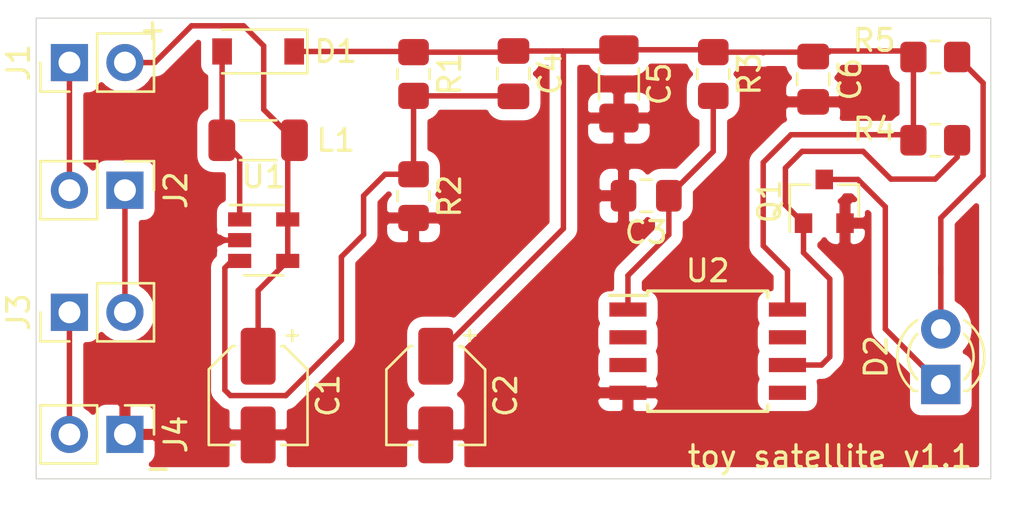
<source format=kicad_pcb>
(kicad_pcb (version 20171130) (host pcbnew 5.1.9+dfsg1-1+deb11u1)

  (general
    (thickness 1.6)
    (drawings 7)
    (tracks 89)
    (zones 0)
    (modules 21)
    (nets 13)
  )

  (page A4)
  (layers
    (0 F.Cu signal)
    (31 B.Cu signal)
    (32 B.Adhes user)
    (33 F.Adhes user)
    (34 B.Paste user)
    (35 F.Paste user)
    (36 B.SilkS user)
    (37 F.SilkS user)
    (38 B.Mask user)
    (39 F.Mask user)
    (40 Dwgs.User user)
    (41 Cmts.User user)
    (42 Eco1.User user)
    (43 Eco2.User user)
    (44 Edge.Cuts user)
    (45 Margin user)
    (46 B.CrtYd user)
    (47 F.CrtYd user)
    (48 B.Fab user)
    (49 F.Fab user)
  )

  (setup
    (last_trace_width 0.25)
    (trace_clearance 0.2)
    (zone_clearance 0.508)
    (zone_45_only no)
    (trace_min 0.2)
    (via_size 0.8)
    (via_drill 0.4)
    (via_min_size 0.4)
    (via_min_drill 0.3)
    (uvia_size 0.3)
    (uvia_drill 0.1)
    (uvias_allowed no)
    (uvia_min_size 0.2)
    (uvia_min_drill 0.1)
    (edge_width 0.05)
    (segment_width 0.2)
    (pcb_text_width 0.3)
    (pcb_text_size 1.5 1.5)
    (mod_edge_width 0.12)
    (mod_text_size 1 1)
    (mod_text_width 0.15)
    (pad_size 1.524 1.524)
    (pad_drill 0.762)
    (pad_to_mask_clearance 0)
    (aux_axis_origin 0 0)
    (visible_elements FFFFFF7F)
    (pcbplotparams
      (layerselection 0x010fc_ffffffff)
      (usegerberextensions true)
      (usegerberattributes true)
      (usegerberadvancedattributes true)
      (creategerberjobfile true)
      (excludeedgelayer true)
      (linewidth 0.100000)
      (plotframeref false)
      (viasonmask false)
      (mode 1)
      (useauxorigin false)
      (hpglpennumber 1)
      (hpglpenspeed 20)
      (hpglpendiameter 15.000000)
      (psnegative false)
      (psa4output false)
      (plotreference true)
      (plotvalue false)
      (plotinvisibletext false)
      (padsonsilk false)
      (subtractmaskfromsilk false)
      (outputformat 1)
      (mirror false)
      (drillshape 0)
      (scaleselection 1)
      (outputdirectory "gerber/"))
  )

  (net 0 "")
  (net 1 GNDD)
  (net 2 VCC)
  (net 3 +5V)
  (net 4 "Net-(C3-Pad1)")
  (net 5 "Net-(C4-Pad2)")
  (net 6 "Net-(D1-Pad2)")
  (net 7 "Net-(D2-Pad1)")
  (net 8 "Net-(D2-Pad2)")
  (net 9 "Net-(Q1-Pad1)")
  (net 10 "Net-(J1-Pad1)")
  (net 11 "Net-(J2-Pad1)")
  (net 12 "Net-(J3-Pad1)")

  (net_class Default "This is the default net class."
    (clearance 0.2)
    (trace_width 0.25)
    (via_dia 0.8)
    (via_drill 0.4)
    (uvia_dia 0.3)
    (uvia_drill 0.1)
    (add_net +5V)
    (add_net GNDD)
    (add_net "Net-(C3-Pad1)")
    (add_net "Net-(C4-Pad2)")
    (add_net "Net-(D1-Pad2)")
    (add_net "Net-(D2-Pad1)")
    (add_net "Net-(D2-Pad2)")
    (add_net "Net-(J1-Pad1)")
    (add_net "Net-(J2-Pad1)")
    (add_net "Net-(J3-Pad1)")
    (add_net "Net-(Q1-Pad1)")
    (add_net "Net-(U2-Pad2)")
    (add_net "Net-(U2-Pad3)")
    (add_net "Net-(U2-Pad5)")
    (add_net "Net-(U2-Pad7)")
    (add_net VCC)
  )

  (module Connector_PinHeader_2.54mm:PinHeader_1x02_P2.54mm_Vertical (layer F.Cu) (tedit 59FED5CC) (tstamp 62DB194C)
    (at 98.552 91.694 270)
    (descr "Through hole straight pin header, 1x02, 2.54mm pitch, single row")
    (tags "Through hole pin header THT 1x02 2.54mm single row")
    (path /62DA2DD3)
    (fp_text reference J4 (at 0 -2.33 90) (layer F.SilkS)
      (effects (font (size 1 1) (thickness 0.15)))
    )
    (fp_text value "solar 4" (at 0 4.87 90) (layer F.Fab)
      (effects (font (size 1 1) (thickness 0.15)))
    )
    (fp_line (start 1.8 -1.8) (end -1.8 -1.8) (layer F.CrtYd) (width 0.05))
    (fp_line (start 1.8 4.35) (end 1.8 -1.8) (layer F.CrtYd) (width 0.05))
    (fp_line (start -1.8 4.35) (end 1.8 4.35) (layer F.CrtYd) (width 0.05))
    (fp_line (start -1.8 -1.8) (end -1.8 4.35) (layer F.CrtYd) (width 0.05))
    (fp_line (start -1.33 -1.33) (end 0 -1.33) (layer F.SilkS) (width 0.12))
    (fp_line (start -1.33 0) (end -1.33 -1.33) (layer F.SilkS) (width 0.12))
    (fp_line (start -1.33 1.27) (end 1.33 1.27) (layer F.SilkS) (width 0.12))
    (fp_line (start 1.33 1.27) (end 1.33 3.87) (layer F.SilkS) (width 0.12))
    (fp_line (start -1.33 1.27) (end -1.33 3.87) (layer F.SilkS) (width 0.12))
    (fp_line (start -1.33 3.87) (end 1.33 3.87) (layer F.SilkS) (width 0.12))
    (fp_line (start -1.27 -0.635) (end -0.635 -1.27) (layer F.Fab) (width 0.1))
    (fp_line (start -1.27 3.81) (end -1.27 -0.635) (layer F.Fab) (width 0.1))
    (fp_line (start 1.27 3.81) (end -1.27 3.81) (layer F.Fab) (width 0.1))
    (fp_line (start 1.27 -1.27) (end 1.27 3.81) (layer F.Fab) (width 0.1))
    (fp_line (start -0.635 -1.27) (end 1.27 -1.27) (layer F.Fab) (width 0.1))
    (fp_text user %R (at 0 1.27) (layer F.Fab)
      (effects (font (size 1 1) (thickness 0.15)))
    )
    (pad 2 thru_hole oval (at 0 2.54 270) (size 1.7 1.7) (drill 1) (layers *.Cu *.Mask)
      (net 12 "Net-(J3-Pad1)"))
    (pad 1 thru_hole rect (at 0 0 270) (size 1.7 1.7) (drill 1) (layers *.Cu *.Mask)
      (net 1 GNDD))
    (model ${KISYS3DMOD}/Connector_PinHeader_2.54mm.3dshapes/PinHeader_1x02_P2.54mm_Vertical.wrl
      (at (xyz 0 0 0))
      (scale (xyz 1 1 1))
      (rotate (xyz 0 0 0))
    )
  )

  (module Connector_PinHeader_2.54mm:PinHeader_1x02_P2.54mm_Vertical (layer F.Cu) (tedit 59FED5CC) (tstamp 62DB1AA1)
    (at 96.012 86.106 90)
    (descr "Through hole straight pin header, 1x02, 2.54mm pitch, single row")
    (tags "Through hole pin header THT 1x02 2.54mm single row")
    (path /62DA25E5)
    (fp_text reference J3 (at 0 -2.33 90) (layer F.SilkS)
      (effects (font (size 1 1) (thickness 0.15)))
    )
    (fp_text value "solar 3" (at 0 4.87 90) (layer F.Fab)
      (effects (font (size 1 1) (thickness 0.15)))
    )
    (fp_line (start 1.8 -1.8) (end -1.8 -1.8) (layer F.CrtYd) (width 0.05))
    (fp_line (start 1.8 4.35) (end 1.8 -1.8) (layer F.CrtYd) (width 0.05))
    (fp_line (start -1.8 4.35) (end 1.8 4.35) (layer F.CrtYd) (width 0.05))
    (fp_line (start -1.8 -1.8) (end -1.8 4.35) (layer F.CrtYd) (width 0.05))
    (fp_line (start -1.33 -1.33) (end 0 -1.33) (layer F.SilkS) (width 0.12))
    (fp_line (start -1.33 0) (end -1.33 -1.33) (layer F.SilkS) (width 0.12))
    (fp_line (start -1.33 1.27) (end 1.33 1.27) (layer F.SilkS) (width 0.12))
    (fp_line (start 1.33 1.27) (end 1.33 3.87) (layer F.SilkS) (width 0.12))
    (fp_line (start -1.33 1.27) (end -1.33 3.87) (layer F.SilkS) (width 0.12))
    (fp_line (start -1.33 3.87) (end 1.33 3.87) (layer F.SilkS) (width 0.12))
    (fp_line (start -1.27 -0.635) (end -0.635 -1.27) (layer F.Fab) (width 0.1))
    (fp_line (start -1.27 3.81) (end -1.27 -0.635) (layer F.Fab) (width 0.1))
    (fp_line (start 1.27 3.81) (end -1.27 3.81) (layer F.Fab) (width 0.1))
    (fp_line (start 1.27 -1.27) (end 1.27 3.81) (layer F.Fab) (width 0.1))
    (fp_line (start -0.635 -1.27) (end 1.27 -1.27) (layer F.Fab) (width 0.1))
    (fp_text user %R (at 0 1.27) (layer F.Fab)
      (effects (font (size 1 1) (thickness 0.15)))
    )
    (pad 2 thru_hole oval (at 0 2.54 90) (size 1.7 1.7) (drill 1) (layers *.Cu *.Mask)
      (net 11 "Net-(J2-Pad1)"))
    (pad 1 thru_hole rect (at 0 0 90) (size 1.7 1.7) (drill 1) (layers *.Cu *.Mask)
      (net 12 "Net-(J3-Pad1)"))
    (model ${KISYS3DMOD}/Connector_PinHeader_2.54mm.3dshapes/PinHeader_1x02_P2.54mm_Vertical.wrl
      (at (xyz 0 0 0))
      (scale (xyz 1 1 1))
      (rotate (xyz 0 0 0))
    )
  )

  (module Connector_PinHeader_2.54mm:PinHeader_1x02_P2.54mm_Vertical (layer F.Cu) (tedit 59FED5CC) (tstamp 62DB110C)
    (at 98.552 80.518 270)
    (descr "Through hole straight pin header, 1x02, 2.54mm pitch, single row")
    (tags "Through hole pin header THT 1x02 2.54mm single row")
    (path /62DA1D95)
    (fp_text reference J2 (at 0 -2.33 90) (layer F.SilkS)
      (effects (font (size 1 1) (thickness 0.15)))
    )
    (fp_text value "solar 2" (at 0 4.87 90) (layer F.Fab)
      (effects (font (size 1 1) (thickness 0.15)))
    )
    (fp_line (start 1.8 -1.8) (end -1.8 -1.8) (layer F.CrtYd) (width 0.05))
    (fp_line (start 1.8 4.35) (end 1.8 -1.8) (layer F.CrtYd) (width 0.05))
    (fp_line (start -1.8 4.35) (end 1.8 4.35) (layer F.CrtYd) (width 0.05))
    (fp_line (start -1.8 -1.8) (end -1.8 4.35) (layer F.CrtYd) (width 0.05))
    (fp_line (start -1.33 -1.33) (end 0 -1.33) (layer F.SilkS) (width 0.12))
    (fp_line (start -1.33 0) (end -1.33 -1.33) (layer F.SilkS) (width 0.12))
    (fp_line (start -1.33 1.27) (end 1.33 1.27) (layer F.SilkS) (width 0.12))
    (fp_line (start 1.33 1.27) (end 1.33 3.87) (layer F.SilkS) (width 0.12))
    (fp_line (start -1.33 1.27) (end -1.33 3.87) (layer F.SilkS) (width 0.12))
    (fp_line (start -1.33 3.87) (end 1.33 3.87) (layer F.SilkS) (width 0.12))
    (fp_line (start -1.27 -0.635) (end -0.635 -1.27) (layer F.Fab) (width 0.1))
    (fp_line (start -1.27 3.81) (end -1.27 -0.635) (layer F.Fab) (width 0.1))
    (fp_line (start 1.27 3.81) (end -1.27 3.81) (layer F.Fab) (width 0.1))
    (fp_line (start 1.27 -1.27) (end 1.27 3.81) (layer F.Fab) (width 0.1))
    (fp_line (start -0.635 -1.27) (end 1.27 -1.27) (layer F.Fab) (width 0.1))
    (fp_text user %R (at 0 1.27) (layer F.Fab)
      (effects (font (size 1 1) (thickness 0.15)))
    )
    (pad 2 thru_hole oval (at 0 2.54 270) (size 1.7 1.7) (drill 1) (layers *.Cu *.Mask)
      (net 10 "Net-(J1-Pad1)"))
    (pad 1 thru_hole rect (at 0 0 270) (size 1.7 1.7) (drill 1) (layers *.Cu *.Mask)
      (net 11 "Net-(J2-Pad1)"))
    (model ${KISYS3DMOD}/Connector_PinHeader_2.54mm.3dshapes/PinHeader_1x02_P2.54mm_Vertical.wrl
      (at (xyz 0 0 0))
      (scale (xyz 1 1 1))
      (rotate (xyz 0 0 0))
    )
  )

  (module Connector_PinHeader_2.54mm:PinHeader_1x02_P2.54mm_Vertical (layer F.Cu) (tedit 59FED5CC) (tstamp 62DB02BC)
    (at 96.012 74.676 90)
    (descr "Through hole straight pin header, 1x02, 2.54mm pitch, single row")
    (tags "Through hole pin header THT 1x02 2.54mm single row")
    (path /62D9FBC0)
    (fp_text reference J1 (at 0 -2.33 90) (layer F.SilkS)
      (effects (font (size 1 1) (thickness 0.15)))
    )
    (fp_text value "solar 1" (at 0 4.87 90) (layer F.Fab)
      (effects (font (size 1 1) (thickness 0.15)))
    )
    (fp_line (start 1.8 -1.8) (end -1.8 -1.8) (layer F.CrtYd) (width 0.05))
    (fp_line (start 1.8 4.35) (end 1.8 -1.8) (layer F.CrtYd) (width 0.05))
    (fp_line (start -1.8 4.35) (end 1.8 4.35) (layer F.CrtYd) (width 0.05))
    (fp_line (start -1.8 -1.8) (end -1.8 4.35) (layer F.CrtYd) (width 0.05))
    (fp_line (start -1.33 -1.33) (end 0 -1.33) (layer F.SilkS) (width 0.12))
    (fp_line (start -1.33 0) (end -1.33 -1.33) (layer F.SilkS) (width 0.12))
    (fp_line (start -1.33 1.27) (end 1.33 1.27) (layer F.SilkS) (width 0.12))
    (fp_line (start 1.33 1.27) (end 1.33 3.87) (layer F.SilkS) (width 0.12))
    (fp_line (start -1.33 1.27) (end -1.33 3.87) (layer F.SilkS) (width 0.12))
    (fp_line (start -1.33 3.87) (end 1.33 3.87) (layer F.SilkS) (width 0.12))
    (fp_line (start -1.27 -0.635) (end -0.635 -1.27) (layer F.Fab) (width 0.1))
    (fp_line (start -1.27 3.81) (end -1.27 -0.635) (layer F.Fab) (width 0.1))
    (fp_line (start 1.27 3.81) (end -1.27 3.81) (layer F.Fab) (width 0.1))
    (fp_line (start 1.27 -1.27) (end 1.27 3.81) (layer F.Fab) (width 0.1))
    (fp_line (start -0.635 -1.27) (end 1.27 -1.27) (layer F.Fab) (width 0.1))
    (fp_text user %R (at 0 1.27) (layer F.Fab)
      (effects (font (size 1 1) (thickness 0.15)))
    )
    (pad 2 thru_hole oval (at 0 2.54 90) (size 1.7 1.7) (drill 1) (layers *.Cu *.Mask)
      (net 2 VCC))
    (pad 1 thru_hole rect (at 0 0 90) (size 1.7 1.7) (drill 1) (layers *.Cu *.Mask)
      (net 10 "Net-(J1-Pad1)"))
    (model ${KISYS3DMOD}/Connector_PinHeader_2.54mm.3dshapes/PinHeader_1x02_P2.54mm_Vertical.wrl
      (at (xyz 0 0 0))
      (scale (xyz 1 1 1))
      (rotate (xyz 0 0 0))
    )
  )

  (module LED_THT:LED_D3.0mm (layer F.Cu) (tedit 587A3A7B) (tstamp 62DB02A9)
    (at 135.89 89.408 90)
    (descr "LED, diameter 3.0mm, 2 pins")
    (tags "LED diameter 3.0mm 2 pins")
    (path /62DB2810)
    (fp_text reference D2 (at 1.27 -2.96 90) (layer F.SilkS)
      (effects (font (size 1 1) (thickness 0.15)))
    )
    (fp_text value red (at 1.27 2.96 90) (layer F.Fab)
      (effects (font (size 1 1) (thickness 0.15)))
    )
    (fp_circle (center 1.27 0) (end 2.77 0) (layer F.Fab) (width 0.1))
    (fp_line (start -0.23 -1.16619) (end -0.23 1.16619) (layer F.Fab) (width 0.1))
    (fp_line (start -0.29 -1.236) (end -0.29 -1.08) (layer F.SilkS) (width 0.12))
    (fp_line (start -0.29 1.08) (end -0.29 1.236) (layer F.SilkS) (width 0.12))
    (fp_line (start -1.15 -2.25) (end -1.15 2.25) (layer F.CrtYd) (width 0.05))
    (fp_line (start -1.15 2.25) (end 3.7 2.25) (layer F.CrtYd) (width 0.05))
    (fp_line (start 3.7 2.25) (end 3.7 -2.25) (layer F.CrtYd) (width 0.05))
    (fp_line (start 3.7 -2.25) (end -1.15 -2.25) (layer F.CrtYd) (width 0.05))
    (fp_arc (start 1.27 0) (end 0.229039 1.08) (angle -87.9) (layer F.SilkS) (width 0.12))
    (fp_arc (start 1.27 0) (end 0.229039 -1.08) (angle 87.9) (layer F.SilkS) (width 0.12))
    (fp_arc (start 1.27 0) (end -0.29 1.235516) (angle -108.8) (layer F.SilkS) (width 0.12))
    (fp_arc (start 1.27 0) (end -0.29 -1.235516) (angle 108.8) (layer F.SilkS) (width 0.12))
    (fp_arc (start 1.27 0) (end -0.23 -1.16619) (angle 284.3) (layer F.Fab) (width 0.1))
    (pad 2 thru_hole circle (at 2.54 0 90) (size 1.8 1.8) (drill 0.9) (layers *.Cu *.Mask)
      (net 8 "Net-(D2-Pad2)"))
    (pad 1 thru_hole rect (at 0 0 90) (size 1.8 1.8) (drill 0.9) (layers *.Cu *.Mask)
      (net 7 "Net-(D2-Pad1)"))
    (model ${KISYS3DMOD}/LED_THT.3dshapes/LED_D3.0mm.wrl
      (at (xyz 0 0 0))
      (scale (xyz 1 1 1))
      (rotate (xyz 0 0 0))
    )
  )

  (module Capacitor_SMD:CP_Elec_4x3.9 (layer F.Cu) (tedit 5BCA39CF) (tstamp 62D875B1)
    (at 104.648 89.916 270)
    (descr "SMD capacitor, aluminum electrolytic, Nichicon, 4.0x3.9mm")
    (tags "capacitor electrolytic")
    (path /62D8EFA5)
    (attr smd)
    (fp_text reference C1 (at 0 -3.2 90) (layer F.SilkS)
      (effects (font (size 1 1) (thickness 0.15)))
    )
    (fp_text value 10µF (at 0 3.2 90) (layer F.Fab)
      (effects (font (size 1 1) (thickness 0.15)))
    )
    (fp_circle (center 0 0) (end 2 0) (layer F.Fab) (width 0.1))
    (fp_line (start 2.15 -2.15) (end 2.15 2.15) (layer F.Fab) (width 0.1))
    (fp_line (start -1.15 -2.15) (end 2.15 -2.15) (layer F.Fab) (width 0.1))
    (fp_line (start -1.15 2.15) (end 2.15 2.15) (layer F.Fab) (width 0.1))
    (fp_line (start -2.15 -1.15) (end -2.15 1.15) (layer F.Fab) (width 0.1))
    (fp_line (start -2.15 -1.15) (end -1.15 -2.15) (layer F.Fab) (width 0.1))
    (fp_line (start -2.15 1.15) (end -1.15 2.15) (layer F.Fab) (width 0.1))
    (fp_line (start -1.574773 -1) (end -1.174773 -1) (layer F.Fab) (width 0.1))
    (fp_line (start -1.374773 -1.2) (end -1.374773 -0.8) (layer F.Fab) (width 0.1))
    (fp_line (start 2.26 2.26) (end 2.26 1.06) (layer F.SilkS) (width 0.12))
    (fp_line (start 2.26 -2.26) (end 2.26 -1.06) (layer F.SilkS) (width 0.12))
    (fp_line (start -1.195563 -2.26) (end 2.26 -2.26) (layer F.SilkS) (width 0.12))
    (fp_line (start -1.195563 2.26) (end 2.26 2.26) (layer F.SilkS) (width 0.12))
    (fp_line (start -2.26 1.195563) (end -2.26 1.06) (layer F.SilkS) (width 0.12))
    (fp_line (start -2.26 -1.195563) (end -2.26 -1.06) (layer F.SilkS) (width 0.12))
    (fp_line (start -2.26 -1.195563) (end -1.195563 -2.26) (layer F.SilkS) (width 0.12))
    (fp_line (start -2.26 1.195563) (end -1.195563 2.26) (layer F.SilkS) (width 0.12))
    (fp_line (start -3 -1.56) (end -2.5 -1.56) (layer F.SilkS) (width 0.12))
    (fp_line (start -2.75 -1.81) (end -2.75 -1.31) (layer F.SilkS) (width 0.12))
    (fp_line (start 2.4 -2.4) (end 2.4 -1.05) (layer F.CrtYd) (width 0.05))
    (fp_line (start 2.4 -1.05) (end 3.35 -1.05) (layer F.CrtYd) (width 0.05))
    (fp_line (start 3.35 -1.05) (end 3.35 1.05) (layer F.CrtYd) (width 0.05))
    (fp_line (start 3.35 1.05) (end 2.4 1.05) (layer F.CrtYd) (width 0.05))
    (fp_line (start 2.4 1.05) (end 2.4 2.4) (layer F.CrtYd) (width 0.05))
    (fp_line (start -1.25 2.4) (end 2.4 2.4) (layer F.CrtYd) (width 0.05))
    (fp_line (start -1.25 -2.4) (end 2.4 -2.4) (layer F.CrtYd) (width 0.05))
    (fp_line (start -2.4 1.25) (end -1.25 2.4) (layer F.CrtYd) (width 0.05))
    (fp_line (start -2.4 -1.25) (end -1.25 -2.4) (layer F.CrtYd) (width 0.05))
    (fp_line (start -2.4 -1.25) (end -2.4 -1.05) (layer F.CrtYd) (width 0.05))
    (fp_line (start -2.4 1.05) (end -2.4 1.25) (layer F.CrtYd) (width 0.05))
    (fp_line (start -2.4 -1.05) (end -3.35 -1.05) (layer F.CrtYd) (width 0.05))
    (fp_line (start -3.35 -1.05) (end -3.35 1.05) (layer F.CrtYd) (width 0.05))
    (fp_line (start -3.35 1.05) (end -2.4 1.05) (layer F.CrtYd) (width 0.05))
    (fp_text user %R (at 0 0 90) (layer F.Fab)
      (effects (font (size 0.8 0.8) (thickness 0.12)))
    )
    (pad 2 smd roundrect (at 1.8 0 270) (size 2.6 1.6) (layers F.Cu F.Paste F.Mask) (roundrect_rratio 0.15625)
      (net 1 GNDD))
    (pad 1 smd roundrect (at -1.8 0 270) (size 2.6 1.6) (layers F.Cu F.Paste F.Mask) (roundrect_rratio 0.15625)
      (net 2 VCC))
    (model ${KISYS3DMOD}/Capacitor_SMD.3dshapes/CP_Elec_4x3.9.wrl
      (at (xyz 0 0 0))
      (scale (xyz 1 1 1))
      (rotate (xyz 0 0 0))
    )
  )

  (module Capacitor_SMD:CP_Elec_4x3.9 (layer F.Cu) (tedit 5BCA39CF) (tstamp 62D887AB)
    (at 112.776 89.916 270)
    (descr "SMD capacitor, aluminum electrolytic, Nichicon, 4.0x3.9mm")
    (tags "capacitor electrolytic")
    (path /62D8F6F4)
    (attr smd)
    (fp_text reference C2 (at 0 -3.2 90) (layer F.SilkS)
      (effects (font (size 1 1) (thickness 0.15)))
    )
    (fp_text value 1µF (at 0 3.2 90) (layer F.Fab)
      (effects (font (size 1 1) (thickness 0.15)))
    )
    (fp_line (start -3.35 1.05) (end -2.4 1.05) (layer F.CrtYd) (width 0.05))
    (fp_line (start -3.35 -1.05) (end -3.35 1.05) (layer F.CrtYd) (width 0.05))
    (fp_line (start -2.4 -1.05) (end -3.35 -1.05) (layer F.CrtYd) (width 0.05))
    (fp_line (start -2.4 1.05) (end -2.4 1.25) (layer F.CrtYd) (width 0.05))
    (fp_line (start -2.4 -1.25) (end -2.4 -1.05) (layer F.CrtYd) (width 0.05))
    (fp_line (start -2.4 -1.25) (end -1.25 -2.4) (layer F.CrtYd) (width 0.05))
    (fp_line (start -2.4 1.25) (end -1.25 2.4) (layer F.CrtYd) (width 0.05))
    (fp_line (start -1.25 -2.4) (end 2.4 -2.4) (layer F.CrtYd) (width 0.05))
    (fp_line (start -1.25 2.4) (end 2.4 2.4) (layer F.CrtYd) (width 0.05))
    (fp_line (start 2.4 1.05) (end 2.4 2.4) (layer F.CrtYd) (width 0.05))
    (fp_line (start 3.35 1.05) (end 2.4 1.05) (layer F.CrtYd) (width 0.05))
    (fp_line (start 3.35 -1.05) (end 3.35 1.05) (layer F.CrtYd) (width 0.05))
    (fp_line (start 2.4 -1.05) (end 3.35 -1.05) (layer F.CrtYd) (width 0.05))
    (fp_line (start 2.4 -2.4) (end 2.4 -1.05) (layer F.CrtYd) (width 0.05))
    (fp_line (start -2.75 -1.81) (end -2.75 -1.31) (layer F.SilkS) (width 0.12))
    (fp_line (start -3 -1.56) (end -2.5 -1.56) (layer F.SilkS) (width 0.12))
    (fp_line (start -2.26 1.195563) (end -1.195563 2.26) (layer F.SilkS) (width 0.12))
    (fp_line (start -2.26 -1.195563) (end -1.195563 -2.26) (layer F.SilkS) (width 0.12))
    (fp_line (start -2.26 -1.195563) (end -2.26 -1.06) (layer F.SilkS) (width 0.12))
    (fp_line (start -2.26 1.195563) (end -2.26 1.06) (layer F.SilkS) (width 0.12))
    (fp_line (start -1.195563 2.26) (end 2.26 2.26) (layer F.SilkS) (width 0.12))
    (fp_line (start -1.195563 -2.26) (end 2.26 -2.26) (layer F.SilkS) (width 0.12))
    (fp_line (start 2.26 -2.26) (end 2.26 -1.06) (layer F.SilkS) (width 0.12))
    (fp_line (start 2.26 2.26) (end 2.26 1.06) (layer F.SilkS) (width 0.12))
    (fp_line (start -1.374773 -1.2) (end -1.374773 -0.8) (layer F.Fab) (width 0.1))
    (fp_line (start -1.574773 -1) (end -1.174773 -1) (layer F.Fab) (width 0.1))
    (fp_line (start -2.15 1.15) (end -1.15 2.15) (layer F.Fab) (width 0.1))
    (fp_line (start -2.15 -1.15) (end -1.15 -2.15) (layer F.Fab) (width 0.1))
    (fp_line (start -2.15 -1.15) (end -2.15 1.15) (layer F.Fab) (width 0.1))
    (fp_line (start -1.15 2.15) (end 2.15 2.15) (layer F.Fab) (width 0.1))
    (fp_line (start -1.15 -2.15) (end 2.15 -2.15) (layer F.Fab) (width 0.1))
    (fp_line (start 2.15 -2.15) (end 2.15 2.15) (layer F.Fab) (width 0.1))
    (fp_circle (center 0 0) (end 2 0) (layer F.Fab) (width 0.1))
    (fp_text user %R (at 0 0 90) (layer F.Fab)
      (effects (font (size 0.8 0.8) (thickness 0.12)))
    )
    (pad 1 smd roundrect (at -1.8 0 270) (size 2.6 1.6) (layers F.Cu F.Paste F.Mask) (roundrect_rratio 0.15625)
      (net 3 +5V))
    (pad 2 smd roundrect (at 1.8 0 270) (size 2.6 1.6) (layers F.Cu F.Paste F.Mask) (roundrect_rratio 0.15625)
      (net 1 GNDD))
    (model ${KISYS3DMOD}/Capacitor_SMD.3dshapes/CP_Elec_4x3.9.wrl
      (at (xyz 0 0 0))
      (scale (xyz 1 1 1))
      (rotate (xyz 0 0 0))
    )
  )

  (module Capacitor_SMD:C_0805_2012Metric_Pad1.18x1.45mm_HandSolder (layer F.Cu) (tedit 5F68FEEF) (tstamp 62D9D82D)
    (at 122.4065 80.772 180)
    (descr "Capacitor SMD 0805 (2012 Metric), square (rectangular) end terminal, IPC_7351 nominal with elongated pad for handsoldering. (Body size source: IPC-SM-782 page 76, https://www.pcb-3d.com/wordpress/wp-content/uploads/ipc-sm-782a_amendment_1_and_2.pdf, https://docs.google.com/spreadsheets/d/1BsfQQcO9C6DZCsRaXUlFlo91Tg2WpOkGARC1WS5S8t0/edit?usp=sharing), generated with kicad-footprint-generator")
    (tags "capacitor handsolder")
    (path /62DB00B8)
    (attr smd)
    (fp_text reference C3 (at 0 -1.68) (layer F.SilkS)
      (effects (font (size 1 1) (thickness 0.15)))
    )
    (fp_text value 4.7nF (at 0 1.68) (layer F.Fab)
      (effects (font (size 1 1) (thickness 0.15)))
    )
    (fp_line (start 1.88 0.98) (end -1.88 0.98) (layer F.CrtYd) (width 0.05))
    (fp_line (start 1.88 -0.98) (end 1.88 0.98) (layer F.CrtYd) (width 0.05))
    (fp_line (start -1.88 -0.98) (end 1.88 -0.98) (layer F.CrtYd) (width 0.05))
    (fp_line (start -1.88 0.98) (end -1.88 -0.98) (layer F.CrtYd) (width 0.05))
    (fp_line (start -0.261252 0.735) (end 0.261252 0.735) (layer F.SilkS) (width 0.12))
    (fp_line (start -0.261252 -0.735) (end 0.261252 -0.735) (layer F.SilkS) (width 0.12))
    (fp_line (start 1 0.625) (end -1 0.625) (layer F.Fab) (width 0.1))
    (fp_line (start 1 -0.625) (end 1 0.625) (layer F.Fab) (width 0.1))
    (fp_line (start -1 -0.625) (end 1 -0.625) (layer F.Fab) (width 0.1))
    (fp_line (start -1 0.625) (end -1 -0.625) (layer F.Fab) (width 0.1))
    (fp_text user %R (at 0 0) (layer F.Fab)
      (effects (font (size 0.5 0.5) (thickness 0.08)))
    )
    (pad 1 smd roundrect (at -1.0375 0 180) (size 1.175 1.45) (layers F.Cu F.Paste F.Mask) (roundrect_rratio 0.2127659574468085)
      (net 4 "Net-(C3-Pad1)"))
    (pad 2 smd roundrect (at 1.0375 0 180) (size 1.175 1.45) (layers F.Cu F.Paste F.Mask) (roundrect_rratio 0.2127659574468085)
      (net 1 GNDD))
    (model ${KISYS3DMOD}/Capacitor_SMD.3dshapes/C_0805_2012Metric.wrl
      (at (xyz 0 0 0))
      (scale (xyz 1 1 1))
      (rotate (xyz 0 0 0))
    )
  )

  (module Capacitor_SMD:C_0805_2012Metric_Pad1.18x1.45mm_HandSolder (layer F.Cu) (tedit 5F68FEEF) (tstamp 62D875FB)
    (at 116.332 75.184 270)
    (descr "Capacitor SMD 0805 (2012 Metric), square (rectangular) end terminal, IPC_7351 nominal with elongated pad for handsoldering. (Body size source: IPC-SM-782 page 76, https://www.pcb-3d.com/wordpress/wp-content/uploads/ipc-sm-782a_amendment_1_and_2.pdf, https://docs.google.com/spreadsheets/d/1BsfQQcO9C6DZCsRaXUlFlo91Tg2WpOkGARC1WS5S8t0/edit?usp=sharing), generated with kicad-footprint-generator")
    (tags "capacitor handsolder")
    (path /62D9044C)
    (attr smd)
    (fp_text reference C4 (at 0 -1.68 90) (layer F.SilkS)
      (effects (font (size 1 1) (thickness 0.15)))
    )
    (fp_text value 10pF (at 0 1.68 90) (layer F.Fab)
      (effects (font (size 1 1) (thickness 0.15)))
    )
    (fp_line (start 1.88 0.98) (end -1.88 0.98) (layer F.CrtYd) (width 0.05))
    (fp_line (start 1.88 -0.98) (end 1.88 0.98) (layer F.CrtYd) (width 0.05))
    (fp_line (start -1.88 -0.98) (end 1.88 -0.98) (layer F.CrtYd) (width 0.05))
    (fp_line (start -1.88 0.98) (end -1.88 -0.98) (layer F.CrtYd) (width 0.05))
    (fp_line (start -0.261252 0.735) (end 0.261252 0.735) (layer F.SilkS) (width 0.12))
    (fp_line (start -0.261252 -0.735) (end 0.261252 -0.735) (layer F.SilkS) (width 0.12))
    (fp_line (start 1 0.625) (end -1 0.625) (layer F.Fab) (width 0.1))
    (fp_line (start 1 -0.625) (end 1 0.625) (layer F.Fab) (width 0.1))
    (fp_line (start -1 -0.625) (end 1 -0.625) (layer F.Fab) (width 0.1))
    (fp_line (start -1 0.625) (end -1 -0.625) (layer F.Fab) (width 0.1))
    (fp_text user %R (at 0 0 90) (layer F.Fab)
      (effects (font (size 0.5 0.5) (thickness 0.08)))
    )
    (pad 1 smd roundrect (at -1.0375 0 270) (size 1.175 1.45) (layers F.Cu F.Paste F.Mask) (roundrect_rratio 0.2127659574468085)
      (net 3 +5V))
    (pad 2 smd roundrect (at 1.0375 0 270) (size 1.175 1.45) (layers F.Cu F.Paste F.Mask) (roundrect_rratio 0.2127659574468085)
      (net 5 "Net-(C4-Pad2)"))
    (model ${KISYS3DMOD}/Capacitor_SMD.3dshapes/C_0805_2012Metric.wrl
      (at (xyz 0 0 0))
      (scale (xyz 1 1 1))
      (rotate (xyz 0 0 0))
    )
  )

  (module Capacitor_SMD:C_1206_3216Metric_Pad1.33x1.80mm_HandSolder (layer F.Cu) (tedit 5F68FEEF) (tstamp 62D8760C)
    (at 121.158 75.6535 270)
    (descr "Capacitor SMD 1206 (3216 Metric), square (rectangular) end terminal, IPC_7351 nominal with elongated pad for handsoldering. (Body size source: IPC-SM-782 page 76, https://www.pcb-3d.com/wordpress/wp-content/uploads/ipc-sm-782a_amendment_1_and_2.pdf), generated with kicad-footprint-generator")
    (tags "capacitor handsolder")
    (path /62DC7D6B)
    (attr smd)
    (fp_text reference C5 (at 0 -1.85 90) (layer F.SilkS)
      (effects (font (size 1 1) (thickness 0.15)))
    )
    (fp_text value 100nF (at 0 1.85 90) (layer F.Fab)
      (effects (font (size 1 1) (thickness 0.15)))
    )
    (fp_line (start 2.48 1.15) (end -2.48 1.15) (layer F.CrtYd) (width 0.05))
    (fp_line (start 2.48 -1.15) (end 2.48 1.15) (layer F.CrtYd) (width 0.05))
    (fp_line (start -2.48 -1.15) (end 2.48 -1.15) (layer F.CrtYd) (width 0.05))
    (fp_line (start -2.48 1.15) (end -2.48 -1.15) (layer F.CrtYd) (width 0.05))
    (fp_line (start -0.711252 0.91) (end 0.711252 0.91) (layer F.SilkS) (width 0.12))
    (fp_line (start -0.711252 -0.91) (end 0.711252 -0.91) (layer F.SilkS) (width 0.12))
    (fp_line (start 1.6 0.8) (end -1.6 0.8) (layer F.Fab) (width 0.1))
    (fp_line (start 1.6 -0.8) (end 1.6 0.8) (layer F.Fab) (width 0.1))
    (fp_line (start -1.6 -0.8) (end 1.6 -0.8) (layer F.Fab) (width 0.1))
    (fp_line (start -1.6 0.8) (end -1.6 -0.8) (layer F.Fab) (width 0.1))
    (fp_text user %R (at 0 0 90) (layer F.Fab)
      (effects (font (size 0.8 0.8) (thickness 0.12)))
    )
    (pad 1 smd roundrect (at -1.5625 0 270) (size 1.325 1.8) (layers F.Cu F.Paste F.Mask) (roundrect_rratio 0.1886777358490566)
      (net 3 +5V))
    (pad 2 smd roundrect (at 1.5625 0 270) (size 1.325 1.8) (layers F.Cu F.Paste F.Mask) (roundrect_rratio 0.1886777358490566)
      (net 1 GNDD))
    (model ${KISYS3DMOD}/Capacitor_SMD.3dshapes/C_1206_3216Metric.wrl
      (at (xyz 0 0 0))
      (scale (xyz 1 1 1))
      (rotate (xyz 0 0 0))
    )
  )

  (module Capacitor_SMD:C_0805_2012Metric_Pad1.18x1.45mm_HandSolder (layer F.Cu) (tedit 5F68FEEF) (tstamp 62D8761D)
    (at 130.048 75.438 270)
    (descr "Capacitor SMD 0805 (2012 Metric), square (rectangular) end terminal, IPC_7351 nominal with elongated pad for handsoldering. (Body size source: IPC-SM-782 page 76, https://www.pcb-3d.com/wordpress/wp-content/uploads/ipc-sm-782a_amendment_1_and_2.pdf, https://docs.google.com/spreadsheets/d/1BsfQQcO9C6DZCsRaXUlFlo91Tg2WpOkGARC1WS5S8t0/edit?usp=sharing), generated with kicad-footprint-generator")
    (tags "capacitor handsolder")
    (path /62DBB7BE)
    (attr smd)
    (fp_text reference C6 (at 0 -1.68 90) (layer F.SilkS)
      (effects (font (size 1 1) (thickness 0.15)))
    )
    (fp_text value 10nF (at 0 1.68 90) (layer F.Fab)
      (effects (font (size 1 1) (thickness 0.15)))
    )
    (fp_line (start -1 0.625) (end -1 -0.625) (layer F.Fab) (width 0.1))
    (fp_line (start -1 -0.625) (end 1 -0.625) (layer F.Fab) (width 0.1))
    (fp_line (start 1 -0.625) (end 1 0.625) (layer F.Fab) (width 0.1))
    (fp_line (start 1 0.625) (end -1 0.625) (layer F.Fab) (width 0.1))
    (fp_line (start -0.261252 -0.735) (end 0.261252 -0.735) (layer F.SilkS) (width 0.12))
    (fp_line (start -0.261252 0.735) (end 0.261252 0.735) (layer F.SilkS) (width 0.12))
    (fp_line (start -1.88 0.98) (end -1.88 -0.98) (layer F.CrtYd) (width 0.05))
    (fp_line (start -1.88 -0.98) (end 1.88 -0.98) (layer F.CrtYd) (width 0.05))
    (fp_line (start 1.88 -0.98) (end 1.88 0.98) (layer F.CrtYd) (width 0.05))
    (fp_line (start 1.88 0.98) (end -1.88 0.98) (layer F.CrtYd) (width 0.05))
    (fp_text user %R (at 0 0 90) (layer F.Fab)
      (effects (font (size 0.5 0.5) (thickness 0.08)))
    )
    (pad 2 smd roundrect (at 1.0375 0 270) (size 1.175 1.45) (layers F.Cu F.Paste F.Mask) (roundrect_rratio 0.2127659574468085)
      (net 1 GNDD))
    (pad 1 smd roundrect (at -1.0375 0 270) (size 1.175 1.45) (layers F.Cu F.Paste F.Mask) (roundrect_rratio 0.2127659574468085)
      (net 3 +5V))
    (model ${KISYS3DMOD}/Capacitor_SMD.3dshapes/C_0805_2012Metric.wrl
      (at (xyz 0 0 0))
      (scale (xyz 1 1 1))
      (rotate (xyz 0 0 0))
    )
  )

  (module Diode_SMD:D_SOD-123 (layer F.Cu) (tedit 58645DC7) (tstamp 62D87636)
    (at 104.648 74.168 180)
    (descr SOD-123)
    (tags SOD-123)
    (path /62DA0FC6)
    (attr smd)
    (fp_text reference D1 (at -3.556 0) (layer F.SilkS)
      (effects (font (size 1 1) (thickness 0.15)))
    )
    (fp_text value D_Schottky (at -0.508 -2.032) (layer F.Fab)
      (effects (font (size 1 1) (thickness 0.15)))
    )
    (fp_line (start -2.25 -1) (end 1.65 -1) (layer F.SilkS) (width 0.12))
    (fp_line (start -2.25 1) (end 1.65 1) (layer F.SilkS) (width 0.12))
    (fp_line (start -2.35 -1.15) (end -2.35 1.15) (layer F.CrtYd) (width 0.05))
    (fp_line (start 2.35 1.15) (end -2.35 1.15) (layer F.CrtYd) (width 0.05))
    (fp_line (start 2.35 -1.15) (end 2.35 1.15) (layer F.CrtYd) (width 0.05))
    (fp_line (start -2.35 -1.15) (end 2.35 -1.15) (layer F.CrtYd) (width 0.05))
    (fp_line (start -1.4 -0.9) (end 1.4 -0.9) (layer F.Fab) (width 0.1))
    (fp_line (start 1.4 -0.9) (end 1.4 0.9) (layer F.Fab) (width 0.1))
    (fp_line (start 1.4 0.9) (end -1.4 0.9) (layer F.Fab) (width 0.1))
    (fp_line (start -1.4 0.9) (end -1.4 -0.9) (layer F.Fab) (width 0.1))
    (fp_line (start -0.75 0) (end -0.35 0) (layer F.Fab) (width 0.1))
    (fp_line (start -0.35 0) (end -0.35 -0.55) (layer F.Fab) (width 0.1))
    (fp_line (start -0.35 0) (end -0.35 0.55) (layer F.Fab) (width 0.1))
    (fp_line (start -0.35 0) (end 0.25 -0.4) (layer F.Fab) (width 0.1))
    (fp_line (start 0.25 -0.4) (end 0.25 0.4) (layer F.Fab) (width 0.1))
    (fp_line (start 0.25 0.4) (end -0.35 0) (layer F.Fab) (width 0.1))
    (fp_line (start 0.25 0) (end 0.75 0) (layer F.Fab) (width 0.1))
    (fp_line (start -2.25 -1) (end -2.25 1) (layer F.SilkS) (width 0.12))
    (fp_text user %R (at 3.302 0) (layer F.Fab)
      (effects (font (size 1 1) (thickness 0.15)))
    )
    (pad 1 smd rect (at -1.65 0 180) (size 0.9 1.2) (layers F.Cu F.Paste F.Mask)
      (net 3 +5V))
    (pad 2 smd rect (at 1.65 0 180) (size 0.9 1.2) (layers F.Cu F.Paste F.Mask)
      (net 6 "Net-(D1-Pad2)"))
    (model ${KISYS3DMOD}/Diode_SMD.3dshapes/D_SOD-123.wrl
      (at (xyz 0 0 0))
      (scale (xyz 1 1 1))
      (rotate (xyz 0 0 0))
    )
  )

  (module Inductor_SMD:L_1206_3216Metric_Pad1.22x1.90mm_HandSolder (layer F.Cu) (tedit 5F68FEF0) (tstamp 62D9D561)
    (at 104.648 78.232 180)
    (descr "Inductor SMD 1206 (3216 Metric), square (rectangular) end terminal, IPC_7351 nominal with elongated pad for handsoldering. (Body size source: IPC-SM-782 page 80, https://www.pcb-3d.com/wordpress/wp-content/uploads/ipc-sm-782a_amendment_1_and_2.pdf), generated with kicad-footprint-generator")
    (tags "inductor handsolder")
    (path /62D90536)
    (attr smd)
    (fp_text reference L1 (at -3.556 0) (layer F.SilkS)
      (effects (font (size 1 1) (thickness 0.15)))
    )
    (fp_text value 10µH (at 4.572 -0.254) (layer F.Fab)
      (effects (font (size 1 1) (thickness 0.15)))
    )
    (fp_line (start 2.52 1.2) (end -2.52 1.2) (layer F.CrtYd) (width 0.05))
    (fp_line (start 2.52 -1.2) (end 2.52 1.2) (layer F.CrtYd) (width 0.05))
    (fp_line (start -2.52 -1.2) (end 2.52 -1.2) (layer F.CrtYd) (width 0.05))
    (fp_line (start -2.52 1.2) (end -2.52 -1.2) (layer F.CrtYd) (width 0.05))
    (fp_line (start -0.835242 0.91) (end 0.835242 0.91) (layer F.SilkS) (width 0.12))
    (fp_line (start -0.835242 -0.91) (end 0.835242 -0.91) (layer F.SilkS) (width 0.12))
    (fp_line (start 1.6 0.8) (end -1.6 0.8) (layer F.Fab) (width 0.1))
    (fp_line (start 1.6 -0.8) (end 1.6 0.8) (layer F.Fab) (width 0.1))
    (fp_line (start -1.6 -0.8) (end 1.6 -0.8) (layer F.Fab) (width 0.1))
    (fp_line (start -1.6 0.8) (end -1.6 -0.8) (layer F.Fab) (width 0.1))
    (fp_text user %R (at 0 0) (layer F.Fab)
      (effects (font (size 0.8 0.8) (thickness 0.12)))
    )
    (pad 1 smd roundrect (at -1.6625 0 180) (size 1.225 1.9) (layers F.Cu F.Paste F.Mask) (roundrect_rratio 0.2040808163265306)
      (net 2 VCC))
    (pad 2 smd roundrect (at 1.6625 0 180) (size 1.225 1.9) (layers F.Cu F.Paste F.Mask) (roundrect_rratio 0.2040808163265306)
      (net 6 "Net-(D1-Pad2)"))
    (model ${KISYS3DMOD}/Inductor_SMD.3dshapes/L_1206_3216Metric.wrl
      (at (xyz 0 0 0))
      (scale (xyz 1 1 1))
      (rotate (xyz 0 0 0))
    )
  )

  (module Resistor_SMD:R_0805_2012Metric_Pad1.20x1.40mm_HandSolder (layer F.Cu) (tedit 5F68FEEE) (tstamp 62D8767B)
    (at 111.76 75.2 270)
    (descr "Resistor SMD 0805 (2012 Metric), square (rectangular) end terminal, IPC_7351 nominal with elongated pad for handsoldering. (Body size source: IPC-SM-782 page 72, https://www.pcb-3d.com/wordpress/wp-content/uploads/ipc-sm-782a_amendment_1_and_2.pdf), generated with kicad-footprint-generator")
    (tags "resistor handsolder")
    (path /62D912C0)
    (attr smd)
    (fp_text reference R1 (at 0 -1.65 90) (layer F.SilkS)
      (effects (font (size 1 1) (thickness 0.15)))
    )
    (fp_text value 680k (at 0 1.65 90) (layer F.Fab)
      (effects (font (size 1 1) (thickness 0.15)))
    )
    (fp_line (start 1.85 0.95) (end -1.85 0.95) (layer F.CrtYd) (width 0.05))
    (fp_line (start 1.85 -0.95) (end 1.85 0.95) (layer F.CrtYd) (width 0.05))
    (fp_line (start -1.85 -0.95) (end 1.85 -0.95) (layer F.CrtYd) (width 0.05))
    (fp_line (start -1.85 0.95) (end -1.85 -0.95) (layer F.CrtYd) (width 0.05))
    (fp_line (start -0.227064 0.735) (end 0.227064 0.735) (layer F.SilkS) (width 0.12))
    (fp_line (start -0.227064 -0.735) (end 0.227064 -0.735) (layer F.SilkS) (width 0.12))
    (fp_line (start 1 0.625) (end -1 0.625) (layer F.Fab) (width 0.1))
    (fp_line (start 1 -0.625) (end 1 0.625) (layer F.Fab) (width 0.1))
    (fp_line (start -1 -0.625) (end 1 -0.625) (layer F.Fab) (width 0.1))
    (fp_line (start -1 0.625) (end -1 -0.625) (layer F.Fab) (width 0.1))
    (fp_text user %R (at 0 0 90) (layer F.Fab)
      (effects (font (size 0.5 0.5) (thickness 0.08)))
    )
    (pad 1 smd roundrect (at -1 0 270) (size 1.2 1.4) (layers F.Cu F.Paste F.Mask) (roundrect_rratio 0.2083325)
      (net 3 +5V))
    (pad 2 smd roundrect (at 1 0 270) (size 1.2 1.4) (layers F.Cu F.Paste F.Mask) (roundrect_rratio 0.2083325)
      (net 5 "Net-(C4-Pad2)"))
    (model ${KISYS3DMOD}/Resistor_SMD.3dshapes/R_0805_2012Metric.wrl
      (at (xyz 0 0 0))
      (scale (xyz 1 1 1))
      (rotate (xyz 0 0 0))
    )
  )

  (module Resistor_SMD:R_0805_2012Metric_Pad1.20x1.40mm_HandSolder (layer F.Cu) (tedit 5F68FEEE) (tstamp 62D88330)
    (at 111.76 80.788 270)
    (descr "Resistor SMD 0805 (2012 Metric), square (rectangular) end terminal, IPC_7351 nominal with elongated pad for handsoldering. (Body size source: IPC-SM-782 page 72, https://www.pcb-3d.com/wordpress/wp-content/uploads/ipc-sm-782a_amendment_1_and_2.pdf), generated with kicad-footprint-generator")
    (tags "resistor handsolder")
    (path /62D9157D)
    (attr smd)
    (fp_text reference R2 (at 0 -1.65 90) (layer F.SilkS)
      (effects (font (size 1 1) (thickness 0.15)))
    )
    (fp_text value 220k (at 0 1.65 90) (layer F.Fab)
      (effects (font (size 1 1) (thickness 0.15)))
    )
    (fp_line (start -1 0.625) (end -1 -0.625) (layer F.Fab) (width 0.1))
    (fp_line (start -1 -0.625) (end 1 -0.625) (layer F.Fab) (width 0.1))
    (fp_line (start 1 -0.625) (end 1 0.625) (layer F.Fab) (width 0.1))
    (fp_line (start 1 0.625) (end -1 0.625) (layer F.Fab) (width 0.1))
    (fp_line (start -0.227064 -0.735) (end 0.227064 -0.735) (layer F.SilkS) (width 0.12))
    (fp_line (start -0.227064 0.735) (end 0.227064 0.735) (layer F.SilkS) (width 0.12))
    (fp_line (start -1.85 0.95) (end -1.85 -0.95) (layer F.CrtYd) (width 0.05))
    (fp_line (start -1.85 -0.95) (end 1.85 -0.95) (layer F.CrtYd) (width 0.05))
    (fp_line (start 1.85 -0.95) (end 1.85 0.95) (layer F.CrtYd) (width 0.05))
    (fp_line (start 1.85 0.95) (end -1.85 0.95) (layer F.CrtYd) (width 0.05))
    (fp_text user %R (at 0 0 90) (layer F.Fab)
      (effects (font (size 0.5 0.5) (thickness 0.08)))
    )
    (pad 2 smd roundrect (at 1 0 270) (size 1.2 1.4) (layers F.Cu F.Paste F.Mask) (roundrect_rratio 0.2083325)
      (net 1 GNDD))
    (pad 1 smd roundrect (at -1 0 270) (size 1.2 1.4) (layers F.Cu F.Paste F.Mask) (roundrect_rratio 0.2083325)
      (net 5 "Net-(C4-Pad2)"))
    (model ${KISYS3DMOD}/Resistor_SMD.3dshapes/R_0805_2012Metric.wrl
      (at (xyz 0 0 0))
      (scale (xyz 1 1 1))
      (rotate (xyz 0 0 0))
    )
  )

  (module Resistor_SMD:R_0805_2012Metric_Pad1.20x1.40mm_HandSolder (layer F.Cu) (tedit 5F68FEEE) (tstamp 62D8769D)
    (at 125.476 75.2 270)
    (descr "Resistor SMD 0805 (2012 Metric), square (rectangular) end terminal, IPC_7351 nominal with elongated pad for handsoldering. (Body size source: IPC-SM-782 page 72, https://www.pcb-3d.com/wordpress/wp-content/uploads/ipc-sm-782a_amendment_1_and_2.pdf), generated with kicad-footprint-generator")
    (tags "resistor handsolder")
    (path /62DAEDC3)
    (attr smd)
    (fp_text reference R3 (at 0 -1.65 90) (layer F.SilkS)
      (effects (font (size 1 1) (thickness 0.15)))
    )
    (fp_text value 10k (at 0 1.65 90) (layer F.Fab)
      (effects (font (size 1 1) (thickness 0.15)))
    )
    (fp_line (start 1.85 0.95) (end -1.85 0.95) (layer F.CrtYd) (width 0.05))
    (fp_line (start 1.85 -0.95) (end 1.85 0.95) (layer F.CrtYd) (width 0.05))
    (fp_line (start -1.85 -0.95) (end 1.85 -0.95) (layer F.CrtYd) (width 0.05))
    (fp_line (start -1.85 0.95) (end -1.85 -0.95) (layer F.CrtYd) (width 0.05))
    (fp_line (start -0.227064 0.735) (end 0.227064 0.735) (layer F.SilkS) (width 0.12))
    (fp_line (start -0.227064 -0.735) (end 0.227064 -0.735) (layer F.SilkS) (width 0.12))
    (fp_line (start 1 0.625) (end -1 0.625) (layer F.Fab) (width 0.1))
    (fp_line (start 1 -0.625) (end 1 0.625) (layer F.Fab) (width 0.1))
    (fp_line (start -1 -0.625) (end 1 -0.625) (layer F.Fab) (width 0.1))
    (fp_line (start -1 0.625) (end -1 -0.625) (layer F.Fab) (width 0.1))
    (fp_text user %R (at 0 0 90) (layer F.Fab)
      (effects (font (size 0.5 0.5) (thickness 0.08)))
    )
    (pad 1 smd roundrect (at -1 0 270) (size 1.2 1.4) (layers F.Cu F.Paste F.Mask) (roundrect_rratio 0.2083325)
      (net 3 +5V))
    (pad 2 smd roundrect (at 1 0 270) (size 1.2 1.4) (layers F.Cu F.Paste F.Mask) (roundrect_rratio 0.2083325)
      (net 4 "Net-(C3-Pad1)"))
    (model ${KISYS3DMOD}/Resistor_SMD.3dshapes/R_0805_2012Metric.wrl
      (at (xyz 0 0 0))
      (scale (xyz 1 1 1))
      (rotate (xyz 0 0 0))
    )
  )

  (module Resistor_SMD:R_0805_2012Metric_Pad1.20x1.40mm_HandSolder (layer F.Cu) (tedit 5F68FEEE) (tstamp 62D876AE)
    (at 135.636 78.232)
    (descr "Resistor SMD 0805 (2012 Metric), square (rectangular) end terminal, IPC_7351 nominal with elongated pad for handsoldering. (Body size source: IPC-SM-782 page 72, https://www.pcb-3d.com/wordpress/wp-content/uploads/ipc-sm-782a_amendment_1_and_2.pdf), generated with kicad-footprint-generator")
    (tags "resistor handsolder")
    (path /62DB3AE7)
    (attr smd)
    (fp_text reference R4 (at -2.794 -0.508) (layer F.SilkS)
      (effects (font (size 1 1) (thickness 0.15)))
    )
    (fp_text value 10k (at 0 1.65) (layer F.Fab)
      (effects (font (size 1 1) (thickness 0.15)))
    )
    (fp_line (start 1.85 0.95) (end -1.85 0.95) (layer F.CrtYd) (width 0.05))
    (fp_line (start 1.85 -0.95) (end 1.85 0.95) (layer F.CrtYd) (width 0.05))
    (fp_line (start -1.85 -0.95) (end 1.85 -0.95) (layer F.CrtYd) (width 0.05))
    (fp_line (start -1.85 0.95) (end -1.85 -0.95) (layer F.CrtYd) (width 0.05))
    (fp_line (start -0.227064 0.735) (end 0.227064 0.735) (layer F.SilkS) (width 0.12))
    (fp_line (start -0.227064 -0.735) (end 0.227064 -0.735) (layer F.SilkS) (width 0.12))
    (fp_line (start 1 0.625) (end -1 0.625) (layer F.Fab) (width 0.1))
    (fp_line (start 1 -0.625) (end 1 0.625) (layer F.Fab) (width 0.1))
    (fp_line (start -1 -0.625) (end 1 -0.625) (layer F.Fab) (width 0.1))
    (fp_line (start -1 0.625) (end -1 -0.625) (layer F.Fab) (width 0.1))
    (fp_text user %R (at 0 0) (layer F.Fab)
      (effects (font (size 0.5 0.5) (thickness 0.08)))
    )
    (pad 1 smd roundrect (at -1 0) (size 1.2 1.4) (layers F.Cu F.Paste F.Mask) (roundrect_rratio 0.2083325)
      (net 3 +5V))
    (pad 2 smd roundrect (at 1 0) (size 1.2 1.4) (layers F.Cu F.Paste F.Mask) (roundrect_rratio 0.2083325)
      (net 9 "Net-(Q1-Pad1)"))
    (model ${KISYS3DMOD}/Resistor_SMD.3dshapes/R_0805_2012Metric.wrl
      (at (xyz 0 0 0))
      (scale (xyz 1 1 1))
      (rotate (xyz 0 0 0))
    )
  )

  (module Resistor_SMD:R_0805_2012Metric_Pad1.20x1.40mm_HandSolder (layer F.Cu) (tedit 5F68FEEE) (tstamp 62D876BF)
    (at 135.636 74.422)
    (descr "Resistor SMD 0805 (2012 Metric), square (rectangular) end terminal, IPC_7351 nominal with elongated pad for handsoldering. (Body size source: IPC-SM-782 page 72, https://www.pcb-3d.com/wordpress/wp-content/uploads/ipc-sm-782a_amendment_1_and_2.pdf), generated with kicad-footprint-generator")
    (tags "resistor handsolder")
    (path /62DB2052)
    (attr smd)
    (fp_text reference R5 (at -2.794 -0.762) (layer F.SilkS)
      (effects (font (size 1 1) (thickness 0.15)))
    )
    (fp_text value 470R (at 0 1.65) (layer F.Fab)
      (effects (font (size 1 1) (thickness 0.15)))
    )
    (fp_line (start -1 0.625) (end -1 -0.625) (layer F.Fab) (width 0.1))
    (fp_line (start -1 -0.625) (end 1 -0.625) (layer F.Fab) (width 0.1))
    (fp_line (start 1 -0.625) (end 1 0.625) (layer F.Fab) (width 0.1))
    (fp_line (start 1 0.625) (end -1 0.625) (layer F.Fab) (width 0.1))
    (fp_line (start -0.227064 -0.735) (end 0.227064 -0.735) (layer F.SilkS) (width 0.12))
    (fp_line (start -0.227064 0.735) (end 0.227064 0.735) (layer F.SilkS) (width 0.12))
    (fp_line (start -1.85 0.95) (end -1.85 -0.95) (layer F.CrtYd) (width 0.05))
    (fp_line (start -1.85 -0.95) (end 1.85 -0.95) (layer F.CrtYd) (width 0.05))
    (fp_line (start 1.85 -0.95) (end 1.85 0.95) (layer F.CrtYd) (width 0.05))
    (fp_line (start 1.85 0.95) (end -1.85 0.95) (layer F.CrtYd) (width 0.05))
    (fp_text user %R (at 0 0) (layer F.Fab)
      (effects (font (size 0.5 0.5) (thickness 0.08)))
    )
    (pad 2 smd roundrect (at 1 0) (size 1.2 1.4) (layers F.Cu F.Paste F.Mask) (roundrect_rratio 0.2083325)
      (net 8 "Net-(D2-Pad2)"))
    (pad 1 smd roundrect (at -1 0) (size 1.2 1.4) (layers F.Cu F.Paste F.Mask) (roundrect_rratio 0.2083325)
      (net 3 +5V))
    (model ${KISYS3DMOD}/Resistor_SMD.3dshapes/R_0805_2012Metric.wrl
      (at (xyz 0 0 0))
      (scale (xyz 1 1 1))
      (rotate (xyz 0 0 0))
    )
  )

  (module Package_TO_SOT_SMD:SOT-23-5 (layer F.Cu) (tedit 5A02FF57) (tstamp 62D9D4C2)
    (at 104.902 82.804)
    (descr "5-pin SOT23 package")
    (tags SOT-23-5)
    (path /62D8DF96)
    (attr smd)
    (fp_text reference U1 (at 0 -2.9) (layer F.SilkS)
      (effects (font (size 1 1) (thickness 0.15)))
    )
    (fp_text value AP3015 (at 0 2.9) (layer F.Fab)
      (effects (font (size 1 1) (thickness 0.15)))
    )
    (fp_line (start 0.9 -1.55) (end 0.9 1.55) (layer F.Fab) (width 0.1))
    (fp_line (start 0.9 1.55) (end -0.9 1.55) (layer F.Fab) (width 0.1))
    (fp_line (start -0.9 -0.9) (end -0.9 1.55) (layer F.Fab) (width 0.1))
    (fp_line (start 0.9 -1.55) (end -0.25 -1.55) (layer F.Fab) (width 0.1))
    (fp_line (start -0.9 -0.9) (end -0.25 -1.55) (layer F.Fab) (width 0.1))
    (fp_line (start -1.9 1.8) (end -1.9 -1.8) (layer F.CrtYd) (width 0.05))
    (fp_line (start 1.9 1.8) (end -1.9 1.8) (layer F.CrtYd) (width 0.05))
    (fp_line (start 1.9 -1.8) (end 1.9 1.8) (layer F.CrtYd) (width 0.05))
    (fp_line (start -1.9 -1.8) (end 1.9 -1.8) (layer F.CrtYd) (width 0.05))
    (fp_line (start 0.9 -1.61) (end -1.55 -1.61) (layer F.SilkS) (width 0.12))
    (fp_line (start -0.9 1.61) (end 0.9 1.61) (layer F.SilkS) (width 0.12))
    (fp_text user %R (at 0 0 90) (layer F.Fab)
      (effects (font (size 0.5 0.5) (thickness 0.075)))
    )
    (pad 1 smd rect (at -1.1 -0.95) (size 1.06 0.65) (layers F.Cu F.Paste F.Mask)
      (net 6 "Net-(D1-Pad2)"))
    (pad 2 smd rect (at -1.1 0) (size 1.06 0.65) (layers F.Cu F.Paste F.Mask)
      (net 1 GNDD))
    (pad 3 smd rect (at -1.1 0.95) (size 1.06 0.65) (layers F.Cu F.Paste F.Mask)
      (net 5 "Net-(C4-Pad2)"))
    (pad 4 smd rect (at 1.1 0.95) (size 1.06 0.65) (layers F.Cu F.Paste F.Mask)
      (net 2 VCC))
    (pad 5 smd rect (at 1.1 -0.95) (size 1.06 0.65) (layers F.Cu F.Paste F.Mask)
      (net 2 VCC))
    (model ${KISYS3DMOD}/Package_TO_SOT_SMD.3dshapes/SOT-23-5.wrl
      (at (xyz 0 0 0))
      (scale (xyz 1 1 1))
      (rotate (xyz 0 0 0))
    )
  )

  (module Package_SO:SOIJ-8_5.3x5.3mm_P1.27mm (layer F.Cu) (tedit 5A02F2D3) (tstamp 62D87FAF)
    (at 125.222 87.884)
    (descr "8-Lead Plastic Small Outline (SM) - Medium, 5.28 mm Body [SOIC] (see Microchip Packaging Specification 00000049BS.pdf)")
    (tags "SOIC 1.27")
    (path /62DAD6DA)
    (attr smd)
    (fp_text reference U2 (at 0 -3.68) (layer F.SilkS)
      (effects (font (size 1 1) (thickness 0.15)))
    )
    (fp_text value ATtiny13-20SU (at 0 3.68) (layer F.Fab)
      (effects (font (size 1 1) (thickness 0.15)))
    )
    (fp_line (start -2.75 -2.55) (end -4.5 -2.55) (layer F.SilkS) (width 0.15))
    (fp_line (start -2.75 2.755) (end 2.75 2.755) (layer F.SilkS) (width 0.15))
    (fp_line (start -2.75 -2.755) (end 2.75 -2.755) (layer F.SilkS) (width 0.15))
    (fp_line (start -2.75 2.755) (end -2.75 2.455) (layer F.SilkS) (width 0.15))
    (fp_line (start 2.75 2.755) (end 2.75 2.455) (layer F.SilkS) (width 0.15))
    (fp_line (start 2.75 -2.755) (end 2.75 -2.455) (layer F.SilkS) (width 0.15))
    (fp_line (start -2.75 -2.755) (end -2.75 -2.55) (layer F.SilkS) (width 0.15))
    (fp_line (start -4.75 2.95) (end 4.75 2.95) (layer F.CrtYd) (width 0.05))
    (fp_line (start -4.75 -2.95) (end 4.75 -2.95) (layer F.CrtYd) (width 0.05))
    (fp_line (start 4.75 -2.95) (end 4.75 2.95) (layer F.CrtYd) (width 0.05))
    (fp_line (start -4.75 -2.95) (end -4.75 2.95) (layer F.CrtYd) (width 0.05))
    (fp_line (start -2.65 -1.65) (end -1.65 -2.65) (layer F.Fab) (width 0.15))
    (fp_line (start -2.65 2.65) (end -2.65 -1.65) (layer F.Fab) (width 0.15))
    (fp_line (start 2.65 2.65) (end -2.65 2.65) (layer F.Fab) (width 0.15))
    (fp_line (start 2.65 -2.65) (end 2.65 2.65) (layer F.Fab) (width 0.15))
    (fp_line (start -1.65 -2.65) (end 2.65 -2.65) (layer F.Fab) (width 0.15))
    (fp_text user %R (at 0 0) (layer F.Fab)
      (effects (font (size 1 1) (thickness 0.15)))
    )
    (pad 1 smd rect (at -3.65 -1.905) (size 1.7 0.65) (layers F.Cu F.Paste F.Mask)
      (net 4 "Net-(C3-Pad1)"))
    (pad 2 smd rect (at -3.65 -0.635) (size 1.7 0.65) (layers F.Cu F.Paste F.Mask))
    (pad 3 smd rect (at -3.65 0.635) (size 1.7 0.65) (layers F.Cu F.Paste F.Mask))
    (pad 4 smd rect (at -3.65 1.905) (size 1.7 0.65) (layers F.Cu F.Paste F.Mask)
      (net 1 GNDD))
    (pad 5 smd rect (at 3.65 1.905) (size 1.7 0.65) (layers F.Cu F.Paste F.Mask))
    (pad 6 smd rect (at 3.65 0.635) (size 1.7 0.65) (layers F.Cu F.Paste F.Mask)
      (net 9 "Net-(Q1-Pad1)"))
    (pad 7 smd rect (at 3.65 -0.635) (size 1.7 0.65) (layers F.Cu F.Paste F.Mask))
    (pad 8 smd rect (at 3.65 -1.905) (size 1.7 0.65) (layers F.Cu F.Paste F.Mask)
      (net 3 +5V))
    (model ${KISYS3DMOD}/Package_SO.3dshapes/SOIJ-8_5.3x5.3mm_P1.27mm.wrl
      (at (xyz 0 0 0))
      (scale (xyz 1 1 1))
      (rotate (xyz 0 0 0))
    )
  )

  (module Package_TO_SOT_SMD:SOT-23 (layer F.Cu) (tedit 5A02FF57) (tstamp 62D880D9)
    (at 130.556 81.026 90)
    (descr "SOT-23, Standard")
    (tags SOT-23)
    (path /62DA77C6)
    (attr smd)
    (fp_text reference Q1 (at 0 -2.5 90) (layer F.SilkS)
      (effects (font (size 1 1) (thickness 0.15)))
    )
    (fp_text value 2N7002 (at 0 2.5 90) (layer F.Fab)
      (effects (font (size 1 1) (thickness 0.15)))
    )
    (fp_line (start 0.76 1.58) (end -0.7 1.58) (layer F.SilkS) (width 0.12))
    (fp_line (start 0.76 -1.58) (end -1.4 -1.58) (layer F.SilkS) (width 0.12))
    (fp_line (start -1.7 1.75) (end -1.7 -1.75) (layer F.CrtYd) (width 0.05))
    (fp_line (start 1.7 1.75) (end -1.7 1.75) (layer F.CrtYd) (width 0.05))
    (fp_line (start 1.7 -1.75) (end 1.7 1.75) (layer F.CrtYd) (width 0.05))
    (fp_line (start -1.7 -1.75) (end 1.7 -1.75) (layer F.CrtYd) (width 0.05))
    (fp_line (start 0.76 -1.58) (end 0.76 -0.65) (layer F.SilkS) (width 0.12))
    (fp_line (start 0.76 1.58) (end 0.76 0.65) (layer F.SilkS) (width 0.12))
    (fp_line (start -0.7 1.52) (end 0.7 1.52) (layer F.Fab) (width 0.1))
    (fp_line (start 0.7 -1.52) (end 0.7 1.52) (layer F.Fab) (width 0.1))
    (fp_line (start -0.7 -0.95) (end -0.15 -1.52) (layer F.Fab) (width 0.1))
    (fp_line (start -0.15 -1.52) (end 0.7 -1.52) (layer F.Fab) (width 0.1))
    (fp_line (start -0.7 -0.95) (end -0.7 1.5) (layer F.Fab) (width 0.1))
    (fp_text user %R (at 0 0) (layer F.Fab)
      (effects (font (size 0.5 0.5) (thickness 0.075)))
    )
    (pad 1 smd rect (at -1 -0.95 90) (size 0.9 0.8) (layers F.Cu F.Paste F.Mask)
      (net 9 "Net-(Q1-Pad1)"))
    (pad 2 smd rect (at -1 0.95 90) (size 0.9 0.8) (layers F.Cu F.Paste F.Mask)
      (net 1 GNDD))
    (pad 3 smd rect (at 1 0 90) (size 0.9 0.8) (layers F.Cu F.Paste F.Mask)
      (net 7 "Net-(D2-Pad1)"))
    (model ${KISYS3DMOD}/Package_TO_SOT_SMD.3dshapes/SOT-23.wrl
      (at (xyz 0 0 0))
      (scale (xyz 1 1 1))
      (rotate (xyz 0 0 0))
    )
  )

  (gr_text "toy satellite v1.1" (at 130.81 92.71) (layer F.SilkS)
    (effects (font (size 1 1) (thickness 0.15)))
  )
  (gr_text - (at 100.076 93.218) (layer F.SilkS)
    (effects (font (size 1 1) (thickness 0.15)))
  )
  (gr_text + (at 99.822 73.152) (layer F.SilkS)
    (effects (font (size 1 1) (thickness 0.15)))
  )
  (gr_line (start 94.488 93.726) (end 94.488 72.644) (layer Edge.Cuts) (width 0.05) (tstamp 62D9F725))
  (gr_line (start 138.176 93.726) (end 94.488 93.726) (layer Edge.Cuts) (width 0.05))
  (gr_line (start 138.176 72.644) (end 138.176 93.726) (layer Edge.Cuts) (width 0.05))
  (gr_line (start 94.488 72.644) (end 138.176 72.644) (layer Edge.Cuts) (width 0.05))

  (segment (start 103.802 82.804) (end 102.108 82.804) (width 0.25) (layer F.Cu) (net 1))
  (segment (start 106.002 78.5405) (end 106.3105 78.232) (width 0.25) (layer F.Cu) (net 2))
  (segment (start 106.002 81.854) (end 106.002 78.5405) (width 0.25) (layer F.Cu) (net 2))
  (segment (start 104.648 85.108) (end 106.002 83.754) (width 0.25) (layer F.Cu) (net 2))
  (segment (start 104.648 88.116) (end 104.648 85.108) (width 0.25) (layer F.Cu) (net 2))
  (segment (start 99.91801 74.676) (end 101.6 72.99401) (width 0.25) (layer F.Cu) (net 2))
  (segment (start 101.6 72.99401) (end 103.98201 72.99401) (width 0.25) (layer F.Cu) (net 2))
  (segment (start 103.98201 72.99401) (end 104.902 73.914) (width 0.25) (layer F.Cu) (net 2))
  (segment (start 104.902 76.8235) (end 106.3105 78.232) (width 0.25) (layer F.Cu) (net 2))
  (segment (start 104.902 73.914) (end 104.902 76.8235) (width 0.25) (layer F.Cu) (net 2))
  (segment (start 106.002 83.754) (end 106.002 81.854) (width 0.25) (layer F.Cu) (net 2))
  (segment (start 99.91801 74.676) (end 98.552 74.676) (width 0.25) (layer F.Cu) (net 2))
  (segment (start 111.728 74.168) (end 111.76 74.2) (width 0.25) (layer F.Cu) (net 3))
  (segment (start 106.298 74.168) (end 111.728 74.168) (width 0.25) (layer F.Cu) (net 3))
  (segment (start 116.2785 74.2) (end 116.332 74.1465) (width 0.25) (layer F.Cu) (net 3))
  (segment (start 111.76 74.2) (end 116.2785 74.2) (width 0.25) (layer F.Cu) (net 3))
  (segment (start 121.1025 74.1465) (end 121.158 74.091) (width 0.25) (layer F.Cu) (net 3))
  (segment (start 125.367 74.091) (end 125.476 74.2) (width 0.25) (layer F.Cu) (net 3))
  (segment (start 121.158 74.091) (end 125.367 74.091) (width 0.25) (layer F.Cu) (net 3))
  (segment (start 130.7565 74.2) (end 130.81 74.1465) (width 0.25) (layer F.Cu) (net 3))
  (segment (start 134.3605 74.1465) (end 134.636 74.422) (width 0.25) (layer F.Cu) (net 3))
  (segment (start 130.81 74.1465) (end 134.3605 74.1465) (width 0.25) (layer F.Cu) (net 3))
  (segment (start 134.636 74.422) (end 134.636 78.232) (width 0.25) (layer F.Cu) (net 3))
  (segment (start 128.872 85.979) (end 128.872 84.168) (width 0.25) (layer F.Cu) (net 3))
  (segment (start 128.872 84.168) (end 127.762 83.058) (width 0.25) (layer F.Cu) (net 3))
  (segment (start 127.762 74.232) (end 127.73 74.2) (width 0.25) (layer F.Cu) (net 3))
  (segment (start 127.73 74.2) (end 130.7565 74.2) (width 0.25) (layer F.Cu) (net 3))
  (segment (start 125.476 74.2) (end 127.73 74.2) (width 0.25) (layer F.Cu) (net 3))
  (segment (start 112.776 88.116) (end 118.618 82.274) (width 0.25) (layer F.Cu) (net 3))
  (segment (start 118.618 74.168) (end 118.5965 74.1465) (width 0.25) (layer F.Cu) (net 3))
  (segment (start 118.618 82.274) (end 118.618 74.168) (width 0.25) (layer F.Cu) (net 3))
  (segment (start 118.5965 74.1465) (end 121.1025 74.1465) (width 0.25) (layer F.Cu) (net 3))
  (segment (start 116.332 74.1465) (end 118.5965 74.1465) (width 0.25) (layer F.Cu) (net 3))
  (segment (start 127.762 83.058) (end 127.762 79.248) (width 0.25) (layer F.Cu) (net 3))
  (segment (start 127.762 79.248) (end 129.032 77.978) (width 0.25) (layer F.Cu) (net 3))
  (segment (start 134.382 77.978) (end 134.636 78.232) (width 0.25) (layer F.Cu) (net 3))
  (segment (start 129.032 77.978) (end 134.382 77.978) (width 0.25) (layer F.Cu) (net 3))
  (segment (start 125.476 78.74) (end 123.444 80.772) (width 0.25) (layer F.Cu) (net 4))
  (segment (start 125.476 76.2) (end 125.476 78.74) (width 0.25) (layer F.Cu) (net 4))
  (segment (start 121.572 85.979) (end 121.572 84.422) (width 0.25) (layer F.Cu) (net 4))
  (segment (start 123.444 82.55) (end 123.444 80.772) (width 0.25) (layer F.Cu) (net 4))
  (segment (start 121.572 84.422) (end 123.444 82.55) (width 0.25) (layer F.Cu) (net 4))
  (segment (start 111.76 79.788) (end 111.76 76.2) (width 0.25) (layer F.Cu) (net 5))
  (segment (start 116.3105 76.2) (end 116.332 76.2215) (width 0.25) (layer F.Cu) (net 5))
  (segment (start 111.76 76.2) (end 116.3105 76.2) (width 0.25) (layer F.Cu) (net 5))
  (segment (start 110.458 79.788) (end 111.76 79.788) (width 0.25) (layer F.Cu) (net 5))
  (segment (start 109.474 80.772) (end 110.458 79.788) (width 0.25) (layer F.Cu) (net 5))
  (segment (start 108.458 87.376) (end 108.458 83.566) (width 0.25) (layer F.Cu) (net 5))
  (segment (start 103.378 89.916) (end 105.918 89.916) (width 0.25) (layer F.Cu) (net 5))
  (segment (start 103.124 89.662) (end 103.378 89.916) (width 0.25) (layer F.Cu) (net 5))
  (segment (start 105.918 89.916) (end 108.458 87.376) (width 0.25) (layer F.Cu) (net 5))
  (segment (start 103.124 84.074) (end 103.124 89.662) (width 0.25) (layer F.Cu) (net 5))
  (segment (start 103.444 83.754) (end 103.124 84.074) (width 0.25) (layer F.Cu) (net 5))
  (segment (start 109.474 82.55) (end 109.474 80.772) (width 0.25) (layer F.Cu) (net 5))
  (segment (start 108.458 83.566) (end 109.474 82.55) (width 0.25) (layer F.Cu) (net 5))
  (segment (start 103.802 83.754) (end 103.444 83.754) (width 0.25) (layer F.Cu) (net 5))
  (segment (start 103.802 79.0485) (end 102.9855 78.232) (width 0.25) (layer F.Cu) (net 6))
  (segment (start 103.802 81.854) (end 103.802 79.0485) (width 0.25) (layer F.Cu) (net 6))
  (segment (start 102.998 78.2195) (end 102.9855 78.232) (width 0.25) (layer F.Cu) (net 6))
  (segment (start 102.998 74.168) (end 102.998 78.2195) (width 0.25) (layer F.Cu) (net 6))
  (segment (start 135.89 89.408) (end 135.89 88.646) (width 0.25) (layer F.Cu) (net 7))
  (segment (start 130.556 80.026) (end 132.096 80.026) (width 0.25) (layer F.Cu) (net 7))
  (segment (start 132.096 80.026) (end 133.35 81.28) (width 0.25) (layer F.Cu) (net 7))
  (segment (start 133.35 86.868) (end 135.89 89.408) (width 0.25) (layer F.Cu) (net 7))
  (segment (start 133.35 81.28) (end 133.35 86.868) (width 0.25) (layer F.Cu) (net 7))
  (segment (start 135.89 81.788) (end 137.82599 79.85201) (width 0.25) (layer F.Cu) (net 8))
  (segment (start 137.82599 75.61199) (end 136.636 74.422) (width 0.25) (layer F.Cu) (net 8))
  (segment (start 137.82599 79.85201) (end 137.82599 75.61199) (width 0.25) (layer F.Cu) (net 8))
  (segment (start 135.89 86.868) (end 135.89 84.074) (width 0.25) (layer F.Cu) (net 8))
  (segment (start 135.89 84.074) (end 135.89 81.788) (width 0.25) (layer F.Cu) (net 8))
  (segment (start 135.89 84.328) (end 135.89 84.074) (width 0.25) (layer F.Cu) (net 8))
  (segment (start 128.872 88.519) (end 130.429 88.519) (width 0.25) (layer F.Cu) (net 9))
  (segment (start 130.429 88.519) (end 130.81 88.138) (width 0.25) (layer F.Cu) (net 9))
  (segment (start 130.81 88.138) (end 130.81 84.582) (width 0.25) (layer F.Cu) (net 9))
  (segment (start 129.606 83.378) (end 129.606 82.026) (width 0.25) (layer F.Cu) (net 9))
  (segment (start 130.81 84.582) (end 129.606 83.378) (width 0.25) (layer F.Cu) (net 9))
  (segment (start 128.778 81.198) (end 129.606 82.026) (width 0.25) (layer F.Cu) (net 9))
  (segment (start 129.54 78.74) (end 128.778 79.502) (width 0.25) (layer F.Cu) (net 9))
  (segment (start 132.334 78.74) (end 129.54 78.74) (width 0.25) (layer F.Cu) (net 9))
  (segment (start 133.604 80.01) (end 132.334 78.74) (width 0.25) (layer F.Cu) (net 9))
  (segment (start 128.778 79.502) (end 128.778 81.198) (width 0.25) (layer F.Cu) (net 9))
  (segment (start 135.636 80.01) (end 133.604 80.01) (width 0.25) (layer F.Cu) (net 9))
  (segment (start 136.636 79.01) (end 135.636 80.01) (width 0.25) (layer F.Cu) (net 9))
  (segment (start 136.636 78.232) (end 136.636 79.01) (width 0.25) (layer F.Cu) (net 9))
  (segment (start 96.044 74.708) (end 96.012 74.676) (width 0.25) (layer F.Cu) (net 10))
  (segment (start 96.012 74.676) (end 96.012 80.518) (width 0.25) (layer F.Cu) (net 10))
  (segment (start 98.552 80.518) (end 98.552 86.106) (width 0.25) (layer F.Cu) (net 11))
  (segment (start 96.012 91.662) (end 96.044 91.694) (width 0.25) (layer F.Cu) (net 12))
  (segment (start 96.012 86.106) (end 96.012 91.694) (width 0.25) (layer F.Cu) (net 12))

  (zone (net 1) (net_name GNDD) (layer F.Cu) (tstamp 62DB18F3) (hatch edge 0.508)
    (connect_pads (clearance 0.508))
    (min_thickness 0.254)
    (fill yes (arc_segments 32) (thermal_gap 0.508) (thermal_bridge_width 0.508))
    (polygon
      (pts
        (xy 138.684 94.996) (xy 93.98 94.996) (xy 93.98 71.882) (xy 138.684 71.882)
      )
    )
    (filled_polygon
      (pts
        (xy 101.909928 74.768) (xy 101.922188 74.892482) (xy 101.958498 75.01218) (xy 102.017463 75.122494) (xy 102.096815 75.219185)
        (xy 102.193506 75.298537) (xy 102.238 75.32232) (xy 102.238001 76.73566) (xy 102.129613 76.793595) (xy 101.995038 76.904038)
        (xy 101.884595 77.038613) (xy 101.802528 77.192149) (xy 101.751992 77.358745) (xy 101.734928 77.531999) (xy 101.734928 78.932001)
        (xy 101.751992 79.105255) (xy 101.802528 79.271851) (xy 101.884595 79.425387) (xy 101.995038 79.559962) (xy 102.129613 79.670405)
        (xy 102.283149 79.752472) (xy 102.449745 79.803008) (xy 102.622999 79.820072) (xy 103.042001 79.820072) (xy 103.042 80.935196)
        (xy 103.02782 80.939498) (xy 102.917506 80.998463) (xy 102.820815 81.077815) (xy 102.741463 81.174506) (xy 102.682498 81.28482)
        (xy 102.646188 81.404518) (xy 102.633928 81.529) (xy 102.633928 82.179) (xy 102.646188 82.303482) (xy 102.653929 82.329)
        (xy 102.646188 82.354518) (xy 102.633928 82.479) (xy 102.637 82.51825) (xy 102.79575 82.677) (xy 102.877859 82.677)
        (xy 102.917506 82.709537) (xy 103.02782 82.768502) (xy 103.144841 82.804) (xy 103.02782 82.839498) (xy 102.917506 82.898463)
        (xy 102.877859 82.931) (xy 102.79575 82.931) (xy 102.637 83.08975) (xy 102.633928 83.129) (xy 102.646188 83.253482)
        (xy 102.653929 83.279) (xy 102.646188 83.304518) (xy 102.633928 83.429) (xy 102.633928 83.489271) (xy 102.613003 83.510196)
        (xy 102.583999 83.533999) (xy 102.531474 83.598001) (xy 102.489026 83.649724) (xy 102.427944 83.764) (xy 102.418454 83.781754)
        (xy 102.374997 83.925015) (xy 102.364 84.036668) (xy 102.364 84.036678) (xy 102.360324 84.074) (xy 102.364 84.111323)
        (xy 102.364001 89.624668) (xy 102.360324 89.662) (xy 102.364001 89.699333) (xy 102.374998 89.810986) (xy 102.381456 89.832275)
        (xy 102.418454 89.954246) (xy 102.489026 90.086276) (xy 102.511779 90.114) (xy 102.584 90.202001) (xy 102.612998 90.225799)
        (xy 102.814196 90.426997) (xy 102.837999 90.456001) (xy 102.953724 90.550974) (xy 103.085753 90.621546) (xy 103.210665 90.659437)
        (xy 103.213 91.43025) (xy 103.37175 91.589) (xy 104.521 91.589) (xy 104.521 91.569) (xy 104.775 91.569)
        (xy 104.775 91.589) (xy 105.92425 91.589) (xy 106.083 91.43025) (xy 106.085335 90.659437) (xy 106.210247 90.621546)
        (xy 106.342276 90.550974) (xy 106.458001 90.456001) (xy 106.481804 90.426997) (xy 108.969009 87.939794) (xy 108.998001 87.916001)
        (xy 109.021795 87.887008) (xy 109.021799 87.887004) (xy 109.092973 87.800277) (xy 109.092974 87.800276) (xy 109.163546 87.668247)
        (xy 109.207003 87.524986) (xy 109.218 87.413333) (xy 109.218 87.413324) (xy 109.221676 87.376001) (xy 109.218 87.338678)
        (xy 109.218 83.880801) (xy 109.985004 83.113798) (xy 110.014001 83.090001) (xy 110.068985 83.023003) (xy 110.108974 82.974277)
        (xy 110.179546 82.842247) (xy 110.183111 82.830494) (xy 110.223003 82.698986) (xy 110.234 82.587333) (xy 110.234 82.587323)
        (xy 110.237676 82.55) (xy 110.234 82.512678) (xy 110.234 82.388) (xy 110.421928 82.388) (xy 110.434188 82.512482)
        (xy 110.470498 82.63218) (xy 110.529463 82.742494) (xy 110.608815 82.839185) (xy 110.705506 82.918537) (xy 110.81582 82.977502)
        (xy 110.935518 83.013812) (xy 111.06 83.026072) (xy 111.47425 83.023) (xy 111.633 82.86425) (xy 111.633 81.915)
        (xy 111.887 81.915) (xy 111.887 82.86425) (xy 112.04575 83.023) (xy 112.46 83.026072) (xy 112.584482 83.013812)
        (xy 112.70418 82.977502) (xy 112.814494 82.918537) (xy 112.911185 82.839185) (xy 112.990537 82.742494) (xy 113.049502 82.63218)
        (xy 113.085812 82.512482) (xy 113.098072 82.388) (xy 113.095 82.07375) (xy 112.93625 81.915) (xy 111.887 81.915)
        (xy 111.633 81.915) (xy 110.58375 81.915) (xy 110.425 82.07375) (xy 110.421928 82.388) (xy 110.234 82.388)
        (xy 110.234 81.086801) (xy 110.624703 80.696099) (xy 110.638276 80.712637) (xy 110.608815 80.736815) (xy 110.529463 80.833506)
        (xy 110.470498 80.94382) (xy 110.434188 81.063518) (xy 110.421928 81.188) (xy 110.425 81.50225) (xy 110.58375 81.661)
        (xy 111.633 81.661) (xy 111.633 81.641) (xy 111.887 81.641) (xy 111.887 81.661) (xy 112.93625 81.661)
        (xy 113.095 81.50225) (xy 113.098072 81.188) (xy 113.085812 81.063518) (xy 113.049502 80.94382) (xy 112.990537 80.833506)
        (xy 112.911185 80.736815) (xy 112.881724 80.712637) (xy 112.948405 80.631387) (xy 113.030472 80.477851) (xy 113.081008 80.311255)
        (xy 113.098072 80.138001) (xy 113.098072 79.437999) (xy 113.081008 79.264745) (xy 113.030472 79.098149) (xy 112.948405 78.944613)
        (xy 112.837962 78.810038) (xy 112.703387 78.699595) (xy 112.549851 78.617528) (xy 112.52 78.608473) (xy 112.52 77.379527)
        (xy 112.549851 77.370472) (xy 112.703387 77.288405) (xy 112.837962 77.177962) (xy 112.948405 77.043387) (xy 112.992976 76.96)
        (xy 115.069213 76.96) (xy 115.118595 77.052386) (xy 115.229038 77.186962) (xy 115.363614 77.297405) (xy 115.51715 77.379472)
        (xy 115.683746 77.430008) (xy 115.857 77.447072) (xy 116.807 77.447072) (xy 116.980254 77.430008) (xy 117.14685 77.379472)
        (xy 117.300386 77.297405) (xy 117.434962 77.186962) (xy 117.545405 77.052386) (xy 117.627472 76.89885) (xy 117.678008 76.732254)
        (xy 117.695072 76.559) (xy 117.695072 75.884) (xy 117.678008 75.710746) (xy 117.627472 75.54415) (xy 117.545405 75.390614)
        (xy 117.434962 75.256038) (xy 117.347183 75.184) (xy 117.434962 75.111962) (xy 117.545405 74.977386) (xy 117.583294 74.9065)
        (xy 117.858001 74.9065) (xy 117.858 81.959198) (xy 113.59359 86.223608) (xy 113.499254 86.194992) (xy 113.326 86.177928)
        (xy 112.226 86.177928) (xy 112.052746 86.194992) (xy 111.88615 86.245528) (xy 111.732614 86.327595) (xy 111.598038 86.438038)
        (xy 111.487595 86.572614) (xy 111.405528 86.72615) (xy 111.354992 86.892746) (xy 111.337928 87.066) (xy 111.337928 89.166)
        (xy 111.354992 89.339254) (xy 111.405528 89.50585) (xy 111.487595 89.659386) (xy 111.598038 89.793962) (xy 111.674813 89.856969)
        (xy 111.621506 89.885463) (xy 111.524815 89.964815) (xy 111.445463 90.061506) (xy 111.386498 90.17182) (xy 111.350188 90.291518)
        (xy 111.337928 90.416) (xy 111.341 91.43025) (xy 111.49975 91.589) (xy 112.649 91.589) (xy 112.649 91.569)
        (xy 112.903 91.569) (xy 112.903 91.589) (xy 114.05225 91.589) (xy 114.211 91.43025) (xy 114.214072 90.416)
        (xy 114.201812 90.291518) (xy 114.165502 90.17182) (xy 114.134597 90.114) (xy 120.083928 90.114) (xy 120.096188 90.238482)
        (xy 120.132498 90.35818) (xy 120.191463 90.468494) (xy 120.270815 90.565185) (xy 120.367506 90.644537) (xy 120.47782 90.703502)
        (xy 120.597518 90.739812) (xy 120.722 90.752072) (xy 121.28625 90.749) (xy 121.445 90.59025) (xy 121.445 89.916)
        (xy 121.699 89.916) (xy 121.699 90.59025) (xy 121.85775 90.749) (xy 122.422 90.752072) (xy 122.546482 90.739812)
        (xy 122.66618 90.703502) (xy 122.776494 90.644537) (xy 122.873185 90.565185) (xy 122.952537 90.468494) (xy 123.011502 90.35818)
        (xy 123.047812 90.238482) (xy 123.060072 90.114) (xy 123.057 90.07475) (xy 122.89825 89.916) (xy 121.699 89.916)
        (xy 121.445 89.916) (xy 120.24575 89.916) (xy 120.087 90.07475) (xy 120.083928 90.114) (xy 114.134597 90.114)
        (xy 114.106537 90.061506) (xy 114.027185 89.964815) (xy 113.930494 89.885463) (xy 113.877187 89.856969) (xy 113.953962 89.793962)
        (xy 114.064405 89.659386) (xy 114.146472 89.50585) (xy 114.197008 89.339254) (xy 114.214072 89.166) (xy 114.214072 87.752729)
        (xy 119.129004 82.837798) (xy 119.158001 82.814001) (xy 119.252974 82.698276) (xy 119.323546 82.566247) (xy 119.367003 82.422986)
        (xy 119.378 82.311333) (xy 119.378 82.311325) (xy 119.381676 82.274) (xy 119.378 82.236675) (xy 119.378 81.497)
        (xy 120.143428 81.497) (xy 120.155688 81.621482) (xy 120.191998 81.74118) (xy 120.250963 81.851494) (xy 120.330315 81.948185)
        (xy 120.427006 82.027537) (xy 120.53732 82.086502) (xy 120.657018 82.122812) (xy 120.7815 82.135072) (xy 121.08325 82.132)
        (xy 121.242 81.97325) (xy 121.242 80.899) (xy 120.30525 80.899) (xy 120.1465 81.05775) (xy 120.143428 81.497)
        (xy 119.378 81.497) (xy 119.378 80.047) (xy 120.143428 80.047) (xy 120.1465 80.48625) (xy 120.30525 80.645)
        (xy 121.242 80.645) (xy 121.242 79.57075) (xy 121.08325 79.412) (xy 120.7815 79.408928) (xy 120.657018 79.421188)
        (xy 120.53732 79.457498) (xy 120.427006 79.516463) (xy 120.330315 79.595815) (xy 120.250963 79.692506) (xy 120.191998 79.80282)
        (xy 120.155688 79.922518) (xy 120.143428 80.047) (xy 119.378 80.047) (xy 119.378 77.8785) (xy 119.619928 77.8785)
        (xy 119.632188 78.002982) (xy 119.668498 78.12268) (xy 119.727463 78.232994) (xy 119.806815 78.329685) (xy 119.903506 78.409037)
        (xy 120.01382 78.468002) (xy 120.133518 78.504312) (xy 120.258 78.516572) (xy 120.87225 78.5135) (xy 121.031 78.35475)
        (xy 121.031 77.343) (xy 121.285 77.343) (xy 121.285 78.35475) (xy 121.44375 78.5135) (xy 122.058 78.516572)
        (xy 122.182482 78.504312) (xy 122.30218 78.468002) (xy 122.412494 78.409037) (xy 122.509185 78.329685) (xy 122.588537 78.232994)
        (xy 122.647502 78.12268) (xy 122.683812 78.002982) (xy 122.696072 77.8785) (xy 122.693 77.50175) (xy 122.53425 77.343)
        (xy 121.285 77.343) (xy 121.031 77.343) (xy 119.78175 77.343) (xy 119.623 77.50175) (xy 119.619928 77.8785)
        (xy 119.378 77.8785) (xy 119.378 76.5535) (xy 119.619928 76.5535) (xy 119.623 76.93025) (xy 119.78175 77.089)
        (xy 121.031 77.089) (xy 121.031 76.07725) (xy 121.285 76.07725) (xy 121.285 77.089) (xy 122.53425 77.089)
        (xy 122.693 76.93025) (xy 122.696072 76.5535) (xy 122.683812 76.429018) (xy 122.647502 76.30932) (xy 122.588537 76.199006)
        (xy 122.509185 76.102315) (xy 122.412494 76.022963) (xy 122.30218 75.963998) (xy 122.182482 75.927688) (xy 122.058 75.915428)
        (xy 121.44375 75.9185) (xy 121.285 76.07725) (xy 121.031 76.07725) (xy 120.87225 75.9185) (xy 120.258 75.915428)
        (xy 120.133518 75.927688) (xy 120.01382 75.963998) (xy 119.903506 76.022963) (xy 119.806815 76.102315) (xy 119.727463 76.199006)
        (xy 119.668498 76.30932) (xy 119.632188 76.429018) (xy 119.619928 76.5535) (xy 119.378 76.5535) (xy 119.378 74.9065)
        (xy 119.721281 74.9065) (xy 119.769595 74.996888) (xy 119.880037 75.131463) (xy 120.014612 75.241905) (xy 120.168148 75.323972)
        (xy 120.334743 75.374508) (xy 120.507997 75.391572) (xy 121.808003 75.391572) (xy 121.981257 75.374508) (xy 122.147852 75.323972)
        (xy 122.301388 75.241905) (xy 122.435963 75.131463) (xy 122.546405 74.996888) (xy 122.624384 74.851) (xy 124.193743 74.851)
        (xy 124.205528 74.889851) (xy 124.287595 75.043387) (xy 124.398038 75.177962) (xy 124.424891 75.2) (xy 124.398038 75.222038)
        (xy 124.287595 75.356613) (xy 124.205528 75.510149) (xy 124.154992 75.676745) (xy 124.137928 75.849999) (xy 124.137928 76.550001)
        (xy 124.154992 76.723255) (xy 124.205528 76.889851) (xy 124.287595 77.043387) (xy 124.398038 77.177962) (xy 124.532613 77.288405)
        (xy 124.686149 77.370472) (xy 124.716 77.379527) (xy 124.716001 78.425197) (xy 123.732271 79.408928) (xy 123.1065 79.408928)
        (xy 122.933246 79.425992) (xy 122.76665 79.476528) (xy 122.613114 79.558595) (xy 122.478538 79.669038) (xy 122.473158 79.675594)
        (xy 122.407685 79.595815) (xy 122.310994 79.516463) (xy 122.20068 79.457498) (xy 122.080982 79.421188) (xy 121.9565 79.408928)
        (xy 121.65475 79.412) (xy 121.496 79.57075) (xy 121.496 80.645) (xy 121.516 80.645) (xy 121.516 80.899)
        (xy 121.496 80.899) (xy 121.496 81.97325) (xy 121.65475 82.132) (xy 121.9565 82.135072) (xy 122.080982 82.122812)
        (xy 122.20068 82.086502) (xy 122.310994 82.027537) (xy 122.407685 81.948185) (xy 122.473158 81.868406) (xy 122.478538 81.874962)
        (xy 122.613114 81.985405) (xy 122.684 82.023295) (xy 122.684 82.235198) (xy 121.060998 83.858201) (xy 121.032 83.881999)
        (xy 121.008202 83.910997) (xy 121.008201 83.910998) (xy 120.937026 83.997724) (xy 120.866454 84.129754) (xy 120.844851 84.200974)
        (xy 120.822998 84.273014) (xy 120.818667 84.316985) (xy 120.808324 84.422) (xy 120.812001 84.459332) (xy 120.812001 85.015928)
        (xy 120.722 85.015928) (xy 120.597518 85.028188) (xy 120.47782 85.064498) (xy 120.367506 85.123463) (xy 120.270815 85.202815)
        (xy 120.191463 85.299506) (xy 120.132498 85.40982) (xy 120.096188 85.529518) (xy 120.083928 85.654) (xy 120.083928 86.304)
        (xy 120.096188 86.428482) (xy 120.132498 86.54818) (xy 120.16768 86.614) (xy 120.132498 86.67982) (xy 120.096188 86.799518)
        (xy 120.083928 86.924) (xy 120.083928 87.574) (xy 120.096188 87.698482) (xy 120.132498 87.81818) (xy 120.16768 87.884)
        (xy 120.132498 87.94982) (xy 120.096188 88.069518) (xy 120.083928 88.194) (xy 120.083928 88.844) (xy 120.096188 88.968482)
        (xy 120.132498 89.08818) (xy 120.16768 89.154) (xy 120.132498 89.21982) (xy 120.096188 89.339518) (xy 120.083928 89.464)
        (xy 120.087 89.50325) (xy 120.24575 89.662) (xy 121.445 89.662) (xy 121.445 89.642) (xy 121.699 89.642)
        (xy 121.699 89.662) (xy 122.89825 89.662) (xy 123.057 89.50325) (xy 123.060072 89.464) (xy 123.047812 89.339518)
        (xy 123.011502 89.21982) (xy 122.97632 89.154) (xy 123.011502 89.08818) (xy 123.047812 88.968482) (xy 123.060072 88.844)
        (xy 123.060072 88.194) (xy 123.047812 88.069518) (xy 123.011502 87.94982) (xy 122.97632 87.884) (xy 123.011502 87.81818)
        (xy 123.047812 87.698482) (xy 123.060072 87.574) (xy 123.060072 86.924) (xy 123.047812 86.799518) (xy 123.011502 86.67982)
        (xy 122.97632 86.614) (xy 123.011502 86.54818) (xy 123.047812 86.428482) (xy 123.060072 86.304) (xy 123.060072 85.654)
        (xy 123.047812 85.529518) (xy 123.011502 85.40982) (xy 122.952537 85.299506) (xy 122.873185 85.202815) (xy 122.776494 85.123463)
        (xy 122.66618 85.064498) (xy 122.546482 85.028188) (xy 122.422 85.015928) (xy 122.332 85.015928) (xy 122.332 84.736801)
        (xy 123.955004 83.113798) (xy 123.984001 83.090001) (xy 124.078974 82.974276) (xy 124.149546 82.842247) (xy 124.193003 82.698986)
        (xy 124.204 82.587333) (xy 124.204 82.587325) (xy 124.207676 82.55) (xy 124.204 82.512675) (xy 124.204 82.023294)
        (xy 124.274886 81.985405) (xy 124.409462 81.874962) (xy 124.519905 81.740386) (xy 124.601972 81.58685) (xy 124.652508 81.420254)
        (xy 124.669572 81.247) (xy 124.669572 80.621229) (xy 125.987003 79.303799) (xy 126.016001 79.280001) (xy 126.067674 79.217037)
        (xy 126.110974 79.164277) (xy 126.181546 79.032247) (xy 126.183949 79.024324) (xy 126.225003 78.888986) (xy 126.236 78.777333)
        (xy 126.236 78.777323) (xy 126.239676 78.74) (xy 126.236 78.702677) (xy 126.236 77.379527) (xy 126.265851 77.370472)
        (xy 126.419387 77.288405) (xy 126.553962 77.177962) (xy 126.664405 77.043387) (xy 126.746472 76.889851) (xy 126.797008 76.723255)
        (xy 126.814072 76.550001) (xy 126.814072 75.849999) (xy 126.797008 75.676745) (xy 126.746472 75.510149) (xy 126.664405 75.356613)
        (xy 126.553962 75.222038) (xy 126.527109 75.2) (xy 126.553962 75.177962) (xy 126.664405 75.043387) (xy 126.708976 74.96)
        (xy 127.543778 74.96) (xy 127.613015 74.981002) (xy 127.762 74.995676) (xy 127.910986 74.981002) (xy 127.980223 74.96)
        (xy 128.716779 74.96) (xy 128.752528 75.07785) (xy 128.834595 75.231386) (xy 128.945038 75.365962) (xy 128.951594 75.371342)
        (xy 128.871815 75.436815) (xy 128.792463 75.533506) (xy 128.733498 75.64382) (xy 128.697188 75.763518) (xy 128.684928 75.888)
        (xy 128.688 76.18975) (xy 128.84675 76.3485) (xy 129.921 76.3485) (xy 129.921 76.3285) (xy 130.175 76.3285)
        (xy 130.175 76.3485) (xy 131.24925 76.3485) (xy 131.408 76.18975) (xy 131.411072 75.888) (xy 131.398812 75.763518)
        (xy 131.362502 75.64382) (xy 131.303537 75.533506) (xy 131.224185 75.436815) (xy 131.144406 75.371342) (xy 131.150962 75.365962)
        (xy 131.261405 75.231386) (xy 131.343472 75.07785) (xy 131.394008 74.911254) (xy 131.394476 74.9065) (xy 133.401326 74.9065)
        (xy 133.414992 75.045255) (xy 133.465528 75.211851) (xy 133.547595 75.365387) (xy 133.658038 75.499962) (xy 133.792613 75.610405)
        (xy 133.876 75.654977) (xy 133.876001 76.999023) (xy 133.792613 77.043595) (xy 133.658038 77.154038) (xy 133.605546 77.218)
        (xy 131.389554 77.218) (xy 131.398812 77.187482) (xy 131.411072 77.063) (xy 131.408 76.76125) (xy 131.24925 76.6025)
        (xy 130.175 76.6025) (xy 130.175 76.6225) (xy 129.921 76.6225) (xy 129.921 76.6025) (xy 128.84675 76.6025)
        (xy 128.688 76.76125) (xy 128.684928 77.063) (xy 128.697188 77.187482) (xy 128.725306 77.280176) (xy 128.607724 77.343026)
        (xy 128.491999 77.437999) (xy 128.468201 77.466997) (xy 127.250998 78.684201) (xy 127.222 78.707999) (xy 127.198202 78.736997)
        (xy 127.198201 78.736998) (xy 127.127026 78.823724) (xy 127.056454 78.955754) (xy 127.033251 79.032247) (xy 127.012998 79.099014)
        (xy 127.007678 79.153026) (xy 126.998324 79.248) (xy 127.002001 79.285332) (xy 127.002 83.020677) (xy 126.998324 83.058)
        (xy 127.002 83.095322) (xy 127.002 83.095332) (xy 127.012997 83.206985) (xy 127.027728 83.255546) (xy 127.056454 83.350246)
        (xy 127.127026 83.482276) (xy 127.128026 83.483494) (xy 127.221999 83.598001) (xy 127.251002 83.621804) (xy 128.112001 84.482803)
        (xy 128.112001 85.015928) (xy 128.022 85.015928) (xy 127.897518 85.028188) (xy 127.77782 85.064498) (xy 127.667506 85.123463)
        (xy 127.570815 85.202815) (xy 127.491463 85.299506) (xy 127.432498 85.40982) (xy 127.396188 85.529518) (xy 127.383928 85.654)
        (xy 127.383928 86.304) (xy 127.396188 86.428482) (xy 127.432498 86.54818) (xy 127.46768 86.614) (xy 127.432498 86.67982)
        (xy 127.396188 86.799518) (xy 127.383928 86.924) (xy 127.383928 87.574) (xy 127.396188 87.698482) (xy 127.432498 87.81818)
        (xy 127.46768 87.884) (xy 127.432498 87.94982) (xy 127.396188 88.069518) (xy 127.383928 88.194) (xy 127.383928 88.844)
        (xy 127.396188 88.968482) (xy 127.432498 89.08818) (xy 127.46768 89.154) (xy 127.432498 89.21982) (xy 127.396188 89.339518)
        (xy 127.383928 89.464) (xy 127.383928 90.114) (xy 127.396188 90.238482) (xy 127.432498 90.35818) (xy 127.491463 90.468494)
        (xy 127.570815 90.565185) (xy 127.667506 90.644537) (xy 127.77782 90.703502) (xy 127.897518 90.739812) (xy 128.022 90.752072)
        (xy 129.722 90.752072) (xy 129.846482 90.739812) (xy 129.96618 90.703502) (xy 130.076494 90.644537) (xy 130.173185 90.565185)
        (xy 130.252537 90.468494) (xy 130.311502 90.35818) (xy 130.347812 90.238482) (xy 130.360072 90.114) (xy 130.360072 89.464)
        (xy 130.347812 89.339518) (xy 130.329454 89.279) (xy 130.391678 89.279) (xy 130.429 89.282676) (xy 130.466322 89.279)
        (xy 130.466333 89.279) (xy 130.577986 89.268003) (xy 130.721247 89.224546) (xy 130.853276 89.153974) (xy 130.969001 89.059001)
        (xy 130.992804 89.029997) (xy 131.320998 88.701803) (xy 131.350001 88.678001) (xy 131.444974 88.562276) (xy 131.515546 88.430247)
        (xy 131.559003 88.286986) (xy 131.57 88.175333) (xy 131.57 88.175324) (xy 131.573676 88.138001) (xy 131.57 88.100678)
        (xy 131.57 84.619322) (xy 131.573676 84.581999) (xy 131.57 84.544676) (xy 131.57 84.544667) (xy 131.559003 84.433014)
        (xy 131.515546 84.289753) (xy 131.479858 84.222986) (xy 131.444974 84.157723) (xy 131.373799 84.070997) (xy 131.350001 84.041999)
        (xy 131.321003 84.018201) (xy 130.366 83.063199) (xy 130.366 83.002018) (xy 130.457185 82.927185) (xy 130.536537 82.830494)
        (xy 130.556 82.794082) (xy 130.575463 82.830494) (xy 130.654815 82.927185) (xy 130.751506 83.006537) (xy 130.86182 83.065502)
        (xy 130.981518 83.101812) (xy 131.106 83.114072) (xy 131.22025 83.111) (xy 131.379 82.95225) (xy 131.379 82.153)
        (xy 131.633 82.153) (xy 131.633 82.95225) (xy 131.79175 83.111) (xy 131.906 83.114072) (xy 132.030482 83.101812)
        (xy 132.15018 83.065502) (xy 132.260494 83.006537) (xy 132.357185 82.927185) (xy 132.436537 82.830494) (xy 132.495502 82.72018)
        (xy 132.531812 82.600482) (xy 132.544072 82.476) (xy 132.541 82.31175) (xy 132.38225 82.153) (xy 131.633 82.153)
        (xy 131.379 82.153) (xy 131.359 82.153) (xy 131.359 81.899) (xy 131.379 81.899) (xy 131.379 81.09975)
        (xy 131.294393 81.015143) (xy 131.310494 81.006537) (xy 131.407185 80.927185) (xy 131.486537 80.830494) (xy 131.51032 80.786)
        (xy 131.781199 80.786) (xy 131.93609 80.940892) (xy 131.906 80.937928) (xy 131.79175 80.941) (xy 131.633 81.09975)
        (xy 131.633 81.899) (xy 132.38225 81.899) (xy 132.541 81.74025) (xy 132.544072 81.576) (xy 132.541109 81.54591)
        (xy 132.59 81.594802) (xy 132.590001 86.830668) (xy 132.586324 86.868) (xy 132.600998 87.016985) (xy 132.644454 87.160246)
        (xy 132.715026 87.292276) (xy 132.782362 87.374324) (xy 132.81 87.408001) (xy 132.838998 87.431799) (xy 134.351928 88.94473)
        (xy 134.351928 90.308) (xy 134.364188 90.432482) (xy 134.400498 90.55218) (xy 134.459463 90.662494) (xy 134.538815 90.759185)
        (xy 134.635506 90.838537) (xy 134.74582 90.897502) (xy 134.865518 90.933812) (xy 134.99 90.946072) (xy 136.79 90.946072)
        (xy 136.914482 90.933812) (xy 137.03418 90.897502) (xy 137.144494 90.838537) (xy 137.241185 90.759185) (xy 137.320537 90.662494)
        (xy 137.379502 90.55218) (xy 137.415812 90.432482) (xy 137.428072 90.308) (xy 137.428072 88.508) (xy 137.415812 88.383518)
        (xy 137.379502 88.26382) (xy 137.320537 88.153506) (xy 137.241185 88.056815) (xy 137.144494 87.977463) (xy 137.03418 87.918498)
        (xy 137.015873 87.912944) (xy 137.082312 87.846505) (xy 137.250299 87.595095) (xy 137.366011 87.315743) (xy 137.425 87.019184)
        (xy 137.425 86.716816) (xy 137.366011 86.420257) (xy 137.250299 86.140905) (xy 137.082312 85.889495) (xy 136.868505 85.675688)
        (xy 136.65 85.529687) (xy 136.65 82.102801) (xy 137.516 81.236801) (xy 137.516001 93.066) (xy 114.209148 93.066)
        (xy 114.214072 93.016) (xy 114.211 92.00175) (xy 114.05225 91.843) (xy 112.903 91.843) (xy 112.903 91.863)
        (xy 112.649 91.863) (xy 112.649 91.843) (xy 111.49975 91.843) (xy 111.341 92.00175) (xy 111.337928 93.016)
        (xy 111.342852 93.066) (xy 106.081148 93.066) (xy 106.086072 93.016) (xy 106.083 92.00175) (xy 105.92425 91.843)
        (xy 104.775 91.843) (xy 104.775 91.863) (xy 104.521 91.863) (xy 104.521 91.843) (xy 103.37175 91.843)
        (xy 103.213 92.00175) (xy 103.209928 93.016) (xy 103.214852 93.066) (xy 99.766896 93.066) (xy 99.853185 92.995185)
        (xy 99.932537 92.898494) (xy 99.991502 92.78818) (xy 100.027812 92.668482) (xy 100.040072 92.544) (xy 100.037 91.97975)
        (xy 99.87825 91.821) (xy 98.679 91.821) (xy 98.679 91.841) (xy 98.425 91.841) (xy 98.425 91.821)
        (xy 98.405 91.821) (xy 98.405 91.567) (xy 98.425 91.567) (xy 98.425 90.36775) (xy 98.679 90.36775)
        (xy 98.679 91.567) (xy 99.87825 91.567) (xy 100.037 91.40825) (xy 100.040072 90.844) (xy 100.027812 90.719518)
        (xy 99.991502 90.59982) (xy 99.932537 90.489506) (xy 99.853185 90.392815) (xy 99.756494 90.313463) (xy 99.64618 90.254498)
        (xy 99.526482 90.218188) (xy 99.402 90.205928) (xy 98.83775 90.209) (xy 98.679 90.36775) (xy 98.425 90.36775)
        (xy 98.26625 90.209) (xy 97.702 90.205928) (xy 97.577518 90.218188) (xy 97.45782 90.254498) (xy 97.347506 90.313463)
        (xy 97.250815 90.392815) (xy 97.171463 90.489506) (xy 97.112498 90.59982) (xy 97.090487 90.67238) (xy 96.958632 90.540525)
        (xy 96.772 90.415822) (xy 96.772 87.594072) (xy 96.862 87.594072) (xy 96.986482 87.581812) (xy 97.10618 87.545502)
        (xy 97.216494 87.486537) (xy 97.313185 87.407185) (xy 97.392537 87.310494) (xy 97.451502 87.20018) (xy 97.473513 87.12762)
        (xy 97.605368 87.259475) (xy 97.848589 87.42199) (xy 98.118842 87.533932) (xy 98.40574 87.591) (xy 98.69826 87.591)
        (xy 98.985158 87.533932) (xy 99.255411 87.42199) (xy 99.498632 87.259475) (xy 99.705475 87.052632) (xy 99.86799 86.809411)
        (xy 99.979932 86.539158) (xy 100.037 86.25226) (xy 100.037 85.95974) (xy 99.979932 85.672842) (xy 99.86799 85.402589)
        (xy 99.705475 85.159368) (xy 99.498632 84.952525) (xy 99.312 84.827822) (xy 99.312 82.006072) (xy 99.402 82.006072)
        (xy 99.526482 81.993812) (xy 99.64618 81.957502) (xy 99.756494 81.898537) (xy 99.853185 81.819185) (xy 99.932537 81.722494)
        (xy 99.991502 81.61218) (xy 100.027812 81.492482) (xy 100.040072 81.368) (xy 100.040072 79.668) (xy 100.027812 79.543518)
        (xy 99.991502 79.42382) (xy 99.932537 79.313506) (xy 99.853185 79.216815) (xy 99.756494 79.137463) (xy 99.64618 79.078498)
        (xy 99.526482 79.042188) (xy 99.402 79.029928) (xy 97.702 79.029928) (xy 97.577518 79.042188) (xy 97.45782 79.078498)
        (xy 97.347506 79.137463) (xy 97.250815 79.216815) (xy 97.171463 79.313506) (xy 97.112498 79.42382) (xy 97.090487 79.49638)
        (xy 96.958632 79.364525) (xy 96.772 79.239822) (xy 96.772 76.164072) (xy 96.862 76.164072) (xy 96.986482 76.151812)
        (xy 97.10618 76.115502) (xy 97.216494 76.056537) (xy 97.313185 75.977185) (xy 97.392537 75.880494) (xy 97.451502 75.77018)
        (xy 97.473513 75.69762) (xy 97.605368 75.829475) (xy 97.848589 75.99199) (xy 98.118842 76.103932) (xy 98.40574 76.161)
        (xy 98.69826 76.161) (xy 98.985158 76.103932) (xy 99.255411 75.99199) (xy 99.498632 75.829475) (xy 99.705475 75.622632)
        (xy 99.830178 75.436) (xy 99.880688 75.436) (xy 99.91801 75.439676) (xy 99.955332 75.436) (xy 99.955343 75.436)
        (xy 100.066996 75.425003) (xy 100.210257 75.381546) (xy 100.342286 75.310974) (xy 100.458011 75.216001) (xy 100.481814 75.186997)
        (xy 101.909928 73.758884)
      )
    )
  )
)

</source>
